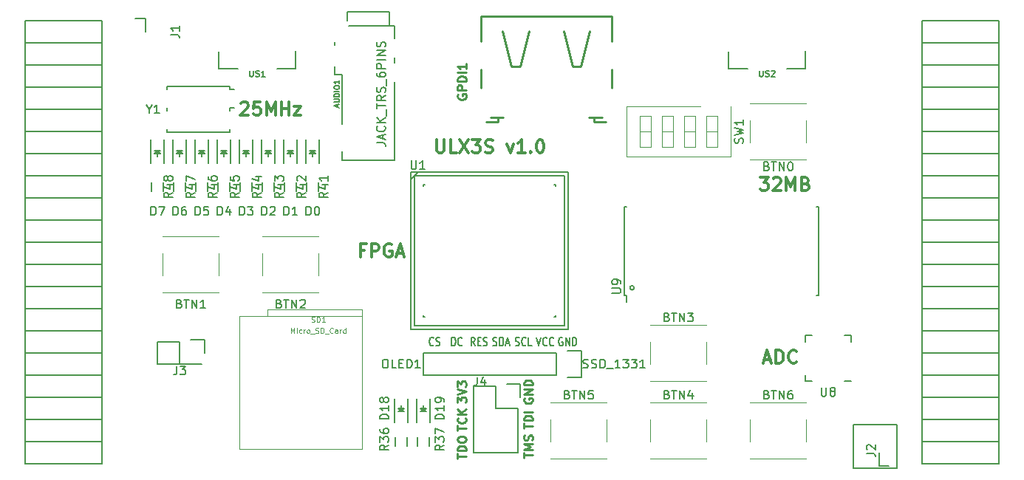
<source format=gto>
G04 #@! TF.FileFunction,Legend,Top*
%FSLAX46Y46*%
G04 Gerber Fmt 4.6, Leading zero omitted, Abs format (unit mm)*
G04 Created by KiCad (PCBNEW 4.0.7+dfsg1-1) date Wed Oct 11 12:58:41 2017*
%MOMM*%
%LPD*%
G01*
G04 APERTURE LIST*
%ADD10C,0.100000*%
%ADD11C,0.300000*%
%ADD12C,0.250000*%
%ADD13C,0.010160*%
%ADD14C,0.150000*%
%ADD15C,0.254000*%
%ADD16C,0.120000*%
%ADD17C,0.124460*%
%ADD18C,0.152400*%
G04 APERTURE END LIST*
D10*
D11*
X132442858Y-75076571D02*
X132442858Y-76290857D01*
X132514286Y-76433714D01*
X132585715Y-76505143D01*
X132728572Y-76576571D01*
X133014286Y-76576571D01*
X133157144Y-76505143D01*
X133228572Y-76433714D01*
X133300001Y-76290857D01*
X133300001Y-75076571D01*
X134728573Y-76576571D02*
X134014287Y-76576571D01*
X134014287Y-75076571D01*
X135085716Y-75076571D02*
X136085716Y-76576571D01*
X136085716Y-75076571D02*
X135085716Y-76576571D01*
X136514287Y-75076571D02*
X137442858Y-75076571D01*
X136942858Y-75648000D01*
X137157144Y-75648000D01*
X137300001Y-75719429D01*
X137371430Y-75790857D01*
X137442858Y-75933714D01*
X137442858Y-76290857D01*
X137371430Y-76433714D01*
X137300001Y-76505143D01*
X137157144Y-76576571D01*
X136728572Y-76576571D01*
X136585715Y-76505143D01*
X136514287Y-76433714D01*
X138014286Y-76505143D02*
X138228572Y-76576571D01*
X138585715Y-76576571D01*
X138728572Y-76505143D01*
X138800001Y-76433714D01*
X138871429Y-76290857D01*
X138871429Y-76148000D01*
X138800001Y-76005143D01*
X138728572Y-75933714D01*
X138585715Y-75862286D01*
X138300001Y-75790857D01*
X138157143Y-75719429D01*
X138085715Y-75648000D01*
X138014286Y-75505143D01*
X138014286Y-75362286D01*
X138085715Y-75219429D01*
X138157143Y-75148000D01*
X138300001Y-75076571D01*
X138657143Y-75076571D01*
X138871429Y-75148000D01*
X140514286Y-75576571D02*
X140871429Y-76576571D01*
X141228571Y-75576571D01*
X142585714Y-76576571D02*
X141728571Y-76576571D01*
X142157143Y-76576571D02*
X142157143Y-75076571D01*
X142014286Y-75290857D01*
X141871428Y-75433714D01*
X141728571Y-75505143D01*
X143228571Y-76433714D02*
X143299999Y-76505143D01*
X143228571Y-76576571D01*
X143157142Y-76505143D01*
X143228571Y-76433714D01*
X143228571Y-76576571D01*
X144228571Y-75076571D02*
X144371428Y-75076571D01*
X144514285Y-75148000D01*
X144585714Y-75219429D01*
X144657143Y-75362286D01*
X144728571Y-75648000D01*
X144728571Y-76005143D01*
X144657143Y-76290857D01*
X144585714Y-76433714D01*
X144514285Y-76505143D01*
X144371428Y-76576571D01*
X144228571Y-76576571D01*
X144085714Y-76505143D01*
X144014285Y-76433714D01*
X143942857Y-76290857D01*
X143871428Y-76005143D01*
X143871428Y-75648000D01*
X143942857Y-75362286D01*
X144014285Y-75219429D01*
X144085714Y-75148000D01*
X144228571Y-75076571D01*
X124175429Y-87728857D02*
X123675429Y-87728857D01*
X123675429Y-88514571D02*
X123675429Y-87014571D01*
X124389715Y-87014571D01*
X124961143Y-88514571D02*
X124961143Y-87014571D01*
X125532571Y-87014571D01*
X125675429Y-87086000D01*
X125746857Y-87157429D01*
X125818286Y-87300286D01*
X125818286Y-87514571D01*
X125746857Y-87657429D01*
X125675429Y-87728857D01*
X125532571Y-87800286D01*
X124961143Y-87800286D01*
X127246857Y-87086000D02*
X127104000Y-87014571D01*
X126889714Y-87014571D01*
X126675429Y-87086000D01*
X126532571Y-87228857D01*
X126461143Y-87371714D01*
X126389714Y-87657429D01*
X126389714Y-87871714D01*
X126461143Y-88157429D01*
X126532571Y-88300286D01*
X126675429Y-88443143D01*
X126889714Y-88514571D01*
X127032571Y-88514571D01*
X127246857Y-88443143D01*
X127318286Y-88371714D01*
X127318286Y-87871714D01*
X127032571Y-87871714D01*
X127889714Y-88086000D02*
X128604000Y-88086000D01*
X127746857Y-88514571D02*
X128246857Y-87014571D01*
X128746857Y-88514571D01*
X169510572Y-79394571D02*
X170439143Y-79394571D01*
X169939143Y-79966000D01*
X170153429Y-79966000D01*
X170296286Y-80037429D01*
X170367715Y-80108857D01*
X170439143Y-80251714D01*
X170439143Y-80608857D01*
X170367715Y-80751714D01*
X170296286Y-80823143D01*
X170153429Y-80894571D01*
X169724857Y-80894571D01*
X169582000Y-80823143D01*
X169510572Y-80751714D01*
X171010571Y-79537429D02*
X171082000Y-79466000D01*
X171224857Y-79394571D01*
X171582000Y-79394571D01*
X171724857Y-79466000D01*
X171796286Y-79537429D01*
X171867714Y-79680286D01*
X171867714Y-79823143D01*
X171796286Y-80037429D01*
X170939143Y-80894571D01*
X171867714Y-80894571D01*
X172510571Y-80894571D02*
X172510571Y-79394571D01*
X173010571Y-80466000D01*
X173510571Y-79394571D01*
X173510571Y-80894571D01*
X174724857Y-80108857D02*
X174939143Y-80180286D01*
X175010571Y-80251714D01*
X175082000Y-80394571D01*
X175082000Y-80608857D01*
X175010571Y-80751714D01*
X174939143Y-80823143D01*
X174796285Y-80894571D01*
X174224857Y-80894571D01*
X174224857Y-79394571D01*
X174724857Y-79394571D01*
X174867714Y-79466000D01*
X174939143Y-79537429D01*
X175010571Y-79680286D01*
X175010571Y-79823143D01*
X174939143Y-79966000D01*
X174867714Y-80037429D01*
X174724857Y-80108857D01*
X174224857Y-80108857D01*
X169966857Y-100278000D02*
X170681143Y-100278000D01*
X169824000Y-100706571D02*
X170324000Y-99206571D01*
X170824000Y-100706571D01*
X171324000Y-100706571D02*
X171324000Y-99206571D01*
X171681143Y-99206571D01*
X171895428Y-99278000D01*
X172038286Y-99420857D01*
X172109714Y-99563714D01*
X172181143Y-99849429D01*
X172181143Y-100063714D01*
X172109714Y-100349429D01*
X172038286Y-100492286D01*
X171895428Y-100635143D01*
X171681143Y-100706571D01*
X171324000Y-100706571D01*
X173681143Y-100563714D02*
X173609714Y-100635143D01*
X173395428Y-100706571D01*
X173252571Y-100706571D01*
X173038286Y-100635143D01*
X172895428Y-100492286D01*
X172824000Y-100349429D01*
X172752571Y-100063714D01*
X172752571Y-99849429D01*
X172824000Y-99563714D01*
X172895428Y-99420857D01*
X173038286Y-99278000D01*
X173252571Y-99206571D01*
X173395428Y-99206571D01*
X173609714Y-99278000D01*
X173681143Y-99349429D01*
X110011143Y-70901429D02*
X110082572Y-70830000D01*
X110225429Y-70758571D01*
X110582572Y-70758571D01*
X110725429Y-70830000D01*
X110796858Y-70901429D01*
X110868286Y-71044286D01*
X110868286Y-71187143D01*
X110796858Y-71401429D01*
X109939715Y-72258571D01*
X110868286Y-72258571D01*
X112225429Y-70758571D02*
X111511143Y-70758571D01*
X111439714Y-71472857D01*
X111511143Y-71401429D01*
X111654000Y-71330000D01*
X112011143Y-71330000D01*
X112154000Y-71401429D01*
X112225429Y-71472857D01*
X112296857Y-71615714D01*
X112296857Y-71972857D01*
X112225429Y-72115714D01*
X112154000Y-72187143D01*
X112011143Y-72258571D01*
X111654000Y-72258571D01*
X111511143Y-72187143D01*
X111439714Y-72115714D01*
X112939714Y-72258571D02*
X112939714Y-70758571D01*
X113439714Y-71830000D01*
X113939714Y-70758571D01*
X113939714Y-72258571D01*
X114654000Y-72258571D02*
X114654000Y-70758571D01*
X114654000Y-71472857D02*
X115511143Y-71472857D01*
X115511143Y-72258571D02*
X115511143Y-70758571D01*
X116082572Y-71258571D02*
X116868286Y-71258571D01*
X116082572Y-72258571D01*
X116868286Y-72258571D01*
D12*
X142447381Y-111521333D02*
X142447381Y-110949904D01*
X143447381Y-111235619D02*
X142447381Y-111235619D01*
X143447381Y-110616571D02*
X142447381Y-110616571D01*
X143161667Y-110283237D01*
X142447381Y-109949904D01*
X143447381Y-109949904D01*
X143399762Y-109521333D02*
X143447381Y-109378476D01*
X143447381Y-109140380D01*
X143399762Y-109045142D01*
X143352143Y-108997523D01*
X143256905Y-108949904D01*
X143161667Y-108949904D01*
X143066429Y-108997523D01*
X143018810Y-109045142D01*
X142971190Y-109140380D01*
X142923571Y-109330857D01*
X142875952Y-109426095D01*
X142828333Y-109473714D01*
X142733095Y-109521333D01*
X142637857Y-109521333D01*
X142542619Y-109473714D01*
X142495000Y-109426095D01*
X142447381Y-109330857D01*
X142447381Y-109092761D01*
X142495000Y-108949904D01*
X142447381Y-108163809D02*
X142447381Y-107592380D01*
X143447381Y-107878095D02*
X142447381Y-107878095D01*
X143447381Y-107259047D02*
X142447381Y-107259047D01*
X142447381Y-107020952D01*
X142495000Y-106878094D01*
X142590238Y-106782856D01*
X142685476Y-106735237D01*
X142875952Y-106687618D01*
X143018810Y-106687618D01*
X143209286Y-106735237D01*
X143304524Y-106782856D01*
X143399762Y-106878094D01*
X143447381Y-107020952D01*
X143447381Y-107259047D01*
X143447381Y-106259047D02*
X142447381Y-106259047D01*
X142495000Y-104726904D02*
X142447381Y-104822142D01*
X142447381Y-104964999D01*
X142495000Y-105107857D01*
X142590238Y-105203095D01*
X142685476Y-105250714D01*
X142875952Y-105298333D01*
X143018810Y-105298333D01*
X143209286Y-105250714D01*
X143304524Y-105203095D01*
X143399762Y-105107857D01*
X143447381Y-104964999D01*
X143447381Y-104869761D01*
X143399762Y-104726904D01*
X143352143Y-104679285D01*
X143018810Y-104679285D01*
X143018810Y-104869761D01*
X143447381Y-104250714D02*
X142447381Y-104250714D01*
X143447381Y-103679285D01*
X142447381Y-103679285D01*
X143447381Y-103203095D02*
X142447381Y-103203095D01*
X142447381Y-102965000D01*
X142495000Y-102822142D01*
X142590238Y-102726904D01*
X142685476Y-102679285D01*
X142875952Y-102631666D01*
X143018810Y-102631666D01*
X143209286Y-102679285D01*
X143304524Y-102726904D01*
X143399762Y-102822142D01*
X143447381Y-102965000D01*
X143447381Y-103203095D01*
X134827381Y-111624524D02*
X134827381Y-111053095D01*
X135827381Y-111338810D02*
X134827381Y-111338810D01*
X135827381Y-110719762D02*
X134827381Y-110719762D01*
X134827381Y-110481667D01*
X134875000Y-110338809D01*
X134970238Y-110243571D01*
X135065476Y-110195952D01*
X135255952Y-110148333D01*
X135398810Y-110148333D01*
X135589286Y-110195952D01*
X135684524Y-110243571D01*
X135779762Y-110338809D01*
X135827381Y-110481667D01*
X135827381Y-110719762D01*
X134827381Y-109529286D02*
X134827381Y-109338809D01*
X134875000Y-109243571D01*
X134970238Y-109148333D01*
X135160714Y-109100714D01*
X135494048Y-109100714D01*
X135684524Y-109148333D01*
X135779762Y-109243571D01*
X135827381Y-109338809D01*
X135827381Y-109529286D01*
X135779762Y-109624524D01*
X135684524Y-109719762D01*
X135494048Y-109767381D01*
X135160714Y-109767381D01*
X134970238Y-109719762D01*
X134875000Y-109624524D01*
X134827381Y-109529286D01*
X134827381Y-108425714D02*
X134827381Y-107854285D01*
X135827381Y-108140000D02*
X134827381Y-108140000D01*
X135732143Y-106949523D02*
X135779762Y-106997142D01*
X135827381Y-107139999D01*
X135827381Y-107235237D01*
X135779762Y-107378095D01*
X135684524Y-107473333D01*
X135589286Y-107520952D01*
X135398810Y-107568571D01*
X135255952Y-107568571D01*
X135065476Y-107520952D01*
X134970238Y-107473333D01*
X134875000Y-107378095D01*
X134827381Y-107235237D01*
X134827381Y-107139999D01*
X134875000Y-106997142D01*
X134922619Y-106949523D01*
X135827381Y-106520952D02*
X134827381Y-106520952D01*
X135827381Y-105949523D02*
X135255952Y-106378095D01*
X134827381Y-105949523D02*
X135398810Y-106520952D01*
X134827381Y-105203095D02*
X134827381Y-104584047D01*
X135208333Y-104917381D01*
X135208333Y-104774523D01*
X135255952Y-104679285D01*
X135303571Y-104631666D01*
X135398810Y-104584047D01*
X135636905Y-104584047D01*
X135732143Y-104631666D01*
X135779762Y-104679285D01*
X135827381Y-104774523D01*
X135827381Y-105060238D01*
X135779762Y-105155476D01*
X135732143Y-105203095D01*
X134827381Y-104298333D02*
X135827381Y-103965000D01*
X134827381Y-103631666D01*
X134827381Y-103393571D02*
X134827381Y-102774523D01*
X135208333Y-103107857D01*
X135208333Y-102964999D01*
X135255952Y-102869761D01*
X135303571Y-102822142D01*
X135398810Y-102774523D01*
X135636905Y-102774523D01*
X135732143Y-102822142D01*
X135779762Y-102869761D01*
X135827381Y-102964999D01*
X135827381Y-103250714D01*
X135779762Y-103345952D01*
X135732143Y-103393571D01*
D13*
X113070000Y-95320000D02*
X113070000Y-94520000D01*
X113070000Y-94520000D02*
X123870000Y-94520000D01*
X123870000Y-94520000D02*
X123870000Y-95320000D01*
X109870000Y-110520000D02*
X109870000Y-95320000D01*
X109870000Y-95320000D02*
X123870000Y-95320000D01*
X123870000Y-95320000D02*
X123870000Y-110520000D01*
X123870000Y-110520000D02*
X109870000Y-110520000D01*
D14*
X117480000Y-75060000D02*
X117480000Y-77760000D01*
X118980000Y-75060000D02*
X118980000Y-77760000D01*
X118080000Y-76560000D02*
X118330000Y-76560000D01*
X118330000Y-76560000D02*
X118180000Y-76410000D01*
X118580000Y-76310000D02*
X117880000Y-76310000D01*
X118230000Y-76660000D02*
X118230000Y-77010000D01*
X118230000Y-76310000D02*
X118580000Y-76660000D01*
X118580000Y-76660000D02*
X117880000Y-76660000D01*
X117880000Y-76660000D02*
X118230000Y-76310000D01*
X114940000Y-75060000D02*
X114940000Y-77760000D01*
X116440000Y-75060000D02*
X116440000Y-77760000D01*
X115540000Y-76560000D02*
X115790000Y-76560000D01*
X115790000Y-76560000D02*
X115640000Y-76410000D01*
X116040000Y-76310000D02*
X115340000Y-76310000D01*
X115690000Y-76660000D02*
X115690000Y-77010000D01*
X115690000Y-76310000D02*
X116040000Y-76660000D01*
X116040000Y-76660000D02*
X115340000Y-76660000D01*
X115340000Y-76660000D02*
X115690000Y-76310000D01*
X112400000Y-75060000D02*
X112400000Y-77760000D01*
X113900000Y-75060000D02*
X113900000Y-77760000D01*
X113000000Y-76560000D02*
X113250000Y-76560000D01*
X113250000Y-76560000D02*
X113100000Y-76410000D01*
X113500000Y-76310000D02*
X112800000Y-76310000D01*
X113150000Y-76660000D02*
X113150000Y-77010000D01*
X113150000Y-76310000D02*
X113500000Y-76660000D01*
X113500000Y-76660000D02*
X112800000Y-76660000D01*
X112800000Y-76660000D02*
X113150000Y-76310000D01*
X109860000Y-75060000D02*
X109860000Y-77760000D01*
X111360000Y-75060000D02*
X111360000Y-77760000D01*
X110460000Y-76560000D02*
X110710000Y-76560000D01*
X110710000Y-76560000D02*
X110560000Y-76410000D01*
X110960000Y-76310000D02*
X110260000Y-76310000D01*
X110610000Y-76660000D02*
X110610000Y-77010000D01*
X110610000Y-76310000D02*
X110960000Y-76660000D01*
X110960000Y-76660000D02*
X110260000Y-76660000D01*
X110260000Y-76660000D02*
X110610000Y-76310000D01*
X107320000Y-75060000D02*
X107320000Y-77760000D01*
X108820000Y-75060000D02*
X108820000Y-77760000D01*
X107920000Y-76560000D02*
X108170000Y-76560000D01*
X108170000Y-76560000D02*
X108020000Y-76410000D01*
X108420000Y-76310000D02*
X107720000Y-76310000D01*
X108070000Y-76660000D02*
X108070000Y-77010000D01*
X108070000Y-76310000D02*
X108420000Y-76660000D01*
X108420000Y-76660000D02*
X107720000Y-76660000D01*
X107720000Y-76660000D02*
X108070000Y-76310000D01*
X104780000Y-75060000D02*
X104780000Y-77760000D01*
X106280000Y-75060000D02*
X106280000Y-77760000D01*
X105380000Y-76560000D02*
X105630000Y-76560000D01*
X105630000Y-76560000D02*
X105480000Y-76410000D01*
X105880000Y-76310000D02*
X105180000Y-76310000D01*
X105530000Y-76660000D02*
X105530000Y-77010000D01*
X105530000Y-76310000D02*
X105880000Y-76660000D01*
X105880000Y-76660000D02*
X105180000Y-76660000D01*
X105180000Y-76660000D02*
X105530000Y-76310000D01*
X102240000Y-75060000D02*
X102240000Y-77760000D01*
X103740000Y-75060000D02*
X103740000Y-77760000D01*
X102840000Y-76560000D02*
X103090000Y-76560000D01*
X103090000Y-76560000D02*
X102940000Y-76410000D01*
X103340000Y-76310000D02*
X102640000Y-76310000D01*
X102990000Y-76660000D02*
X102990000Y-77010000D01*
X102990000Y-76310000D02*
X103340000Y-76660000D01*
X103340000Y-76660000D02*
X102640000Y-76660000D01*
X102640000Y-76660000D02*
X102990000Y-76310000D01*
X99700000Y-75060000D02*
X99700000Y-77760000D01*
X101200000Y-75060000D02*
X101200000Y-77760000D01*
X100300000Y-76560000D02*
X100550000Y-76560000D01*
X100550000Y-76560000D02*
X100400000Y-76410000D01*
X100800000Y-76310000D02*
X100100000Y-76310000D01*
X100450000Y-76660000D02*
X100450000Y-77010000D01*
X100450000Y-76310000D02*
X100800000Y-76660000D01*
X100800000Y-76660000D02*
X100100000Y-76660000D01*
X100100000Y-76660000D02*
X100450000Y-76310000D01*
X176180000Y-92880000D02*
X175980000Y-92880000D01*
X176180000Y-82720000D02*
X175980000Y-82720000D01*
X155080000Y-92050000D02*
G75*
G03X155080000Y-92050000I-250000J0D01*
G01*
X154180000Y-92880000D02*
X154180000Y-93700000D01*
X153980000Y-92880000D02*
X154180000Y-92880000D01*
X153980000Y-82720000D02*
X154180000Y-82720000D01*
X176190000Y-82720000D02*
X176190000Y-92880000D01*
X153970000Y-92880000D02*
X153970000Y-82720000D01*
X85270000Y-112220000D02*
X94100000Y-112220000D01*
X85270000Y-109680000D02*
X85270000Y-112220000D01*
X94100000Y-109680000D02*
X94100000Y-112220000D01*
X94100000Y-112220000D02*
X85270000Y-112220000D01*
X94100000Y-109680000D02*
X85270000Y-109680000D01*
X94100000Y-107140000D02*
X94100000Y-109680000D01*
X85270000Y-107140000D02*
X85270000Y-109680000D01*
X85270000Y-109680000D02*
X94100000Y-109680000D01*
X85270000Y-91900000D02*
X94100000Y-91900000D01*
X85270000Y-89360000D02*
X85270000Y-91900000D01*
X94100000Y-89360000D02*
X94100000Y-91900000D01*
X94100000Y-91900000D02*
X85270000Y-91900000D01*
X94100000Y-94440000D02*
X85270000Y-94440000D01*
X94100000Y-91900000D02*
X94100000Y-94440000D01*
X85270000Y-91900000D02*
X85270000Y-94440000D01*
X85270000Y-94440000D02*
X94100000Y-94440000D01*
X85270000Y-107140000D02*
X94100000Y-107140000D01*
X85270000Y-104600000D02*
X85270000Y-107140000D01*
X94100000Y-104600000D02*
X94100000Y-107140000D01*
X94100000Y-107140000D02*
X85270000Y-107140000D01*
X94100000Y-104600000D02*
X85270000Y-104600000D01*
X94100000Y-102060000D02*
X94100000Y-104600000D01*
X85270000Y-102060000D02*
X85270000Y-104600000D01*
X85270000Y-104600000D02*
X94100000Y-104600000D01*
X85270000Y-102060000D02*
X94100000Y-102060000D01*
X85270000Y-99520000D02*
X85270000Y-102060000D01*
X94100000Y-99520000D02*
X94100000Y-102060000D01*
X94100000Y-102060000D02*
X85270000Y-102060000D01*
X94100000Y-99520000D02*
X85270000Y-99520000D01*
X94100000Y-96980000D02*
X94100000Y-99520000D01*
X85270000Y-96980000D02*
X85270000Y-99520000D01*
X85270000Y-99520000D02*
X94100000Y-99520000D01*
X85270000Y-96980000D02*
X94100000Y-96980000D01*
X85270000Y-94440000D02*
X85270000Y-96980000D01*
X94100000Y-94440000D02*
X94100000Y-96980000D01*
X94100000Y-96980000D02*
X85270000Y-96980000D01*
X94100000Y-79200000D02*
X85270000Y-79200000D01*
X94100000Y-76660000D02*
X94100000Y-79200000D01*
X85270000Y-76660000D02*
X85270000Y-79200000D01*
X85270000Y-79200000D02*
X94100000Y-79200000D01*
X85270000Y-81740000D02*
X94100000Y-81740000D01*
X85270000Y-79200000D02*
X85270000Y-81740000D01*
X94100000Y-79200000D02*
X94100000Y-81740000D01*
X94100000Y-81740000D02*
X85270000Y-81740000D01*
X94100000Y-84280000D02*
X85270000Y-84280000D01*
X94100000Y-81740000D02*
X94100000Y-84280000D01*
X85270000Y-81740000D02*
X85270000Y-84280000D01*
X85270000Y-84280000D02*
X94100000Y-84280000D01*
X85270000Y-86820000D02*
X94100000Y-86820000D01*
X85270000Y-84280000D02*
X85270000Y-86820000D01*
X94100000Y-84280000D02*
X94100000Y-86820000D01*
X94100000Y-86820000D02*
X85270000Y-86820000D01*
X94100000Y-89360000D02*
X85270000Y-89360000D01*
X94100000Y-86820000D02*
X94100000Y-89360000D01*
X85270000Y-86820000D02*
X85270000Y-89360000D01*
X85270000Y-89360000D02*
X94100000Y-89360000D01*
X85270000Y-76660000D02*
X94100000Y-76660000D01*
X85270000Y-74120000D02*
X85270000Y-76660000D01*
X94100000Y-74120000D02*
X94100000Y-76660000D01*
X94100000Y-76660000D02*
X85270000Y-76660000D01*
X94100000Y-74120000D02*
X85270000Y-74120000D01*
X94100000Y-71580000D02*
X94100000Y-74120000D01*
X85270000Y-71580000D02*
X85270000Y-74120000D01*
X85270000Y-74120000D02*
X94100000Y-74120000D01*
X85270000Y-71580000D02*
X94100000Y-71580000D01*
X85270000Y-69040000D02*
X85270000Y-71580000D01*
X94100000Y-69040000D02*
X94100000Y-71580000D01*
X94100000Y-71580000D02*
X85270000Y-71580000D01*
X94100000Y-69040000D02*
X85270000Y-69040000D01*
X94100000Y-66500000D02*
X94100000Y-69040000D01*
X85270000Y-66500000D02*
X85270000Y-69040000D01*
X85270000Y-69040000D02*
X94100000Y-69040000D01*
X85270000Y-66500000D02*
X94100000Y-66500000D01*
X85270000Y-63960000D02*
X85270000Y-66500000D01*
X94100000Y-63960000D02*
X94100000Y-66500000D01*
X94100000Y-66500000D02*
X85270000Y-66500000D01*
X94100000Y-63960000D02*
X85270000Y-63960000D01*
X94100000Y-61420000D02*
X94100000Y-63960000D01*
X99060000Y-62690000D02*
X99060000Y-61140000D01*
X99060000Y-61140000D02*
X97910000Y-61140000D01*
X94100000Y-61420000D02*
X85270000Y-61420000D01*
X85270000Y-61420000D02*
X85270000Y-63960000D01*
X85270000Y-63960000D02*
X94100000Y-63960000D01*
X196910000Y-61420000D02*
X188080000Y-61420000D01*
X196910000Y-63960000D02*
X196910000Y-61420000D01*
X188080000Y-63960000D02*
X188080000Y-61420000D01*
X188080000Y-61420000D02*
X196910000Y-61420000D01*
X188080000Y-63960000D02*
X196910000Y-63960000D01*
X188080000Y-66500000D02*
X188080000Y-63960000D01*
X196910000Y-66500000D02*
X196910000Y-63960000D01*
X196910000Y-63960000D02*
X188080000Y-63960000D01*
X196910000Y-81740000D02*
X188080000Y-81740000D01*
X196910000Y-84280000D02*
X196910000Y-81740000D01*
X188080000Y-84280000D02*
X188080000Y-81740000D01*
X188080000Y-81740000D02*
X196910000Y-81740000D01*
X188080000Y-79200000D02*
X196910000Y-79200000D01*
X188080000Y-81740000D02*
X188080000Y-79200000D01*
X196910000Y-81740000D02*
X196910000Y-79200000D01*
X196910000Y-79200000D02*
X188080000Y-79200000D01*
X196910000Y-66500000D02*
X188080000Y-66500000D01*
X196910000Y-69040000D02*
X196910000Y-66500000D01*
X188080000Y-69040000D02*
X188080000Y-66500000D01*
X188080000Y-66500000D02*
X196910000Y-66500000D01*
X188080000Y-69040000D02*
X196910000Y-69040000D01*
X188080000Y-71580000D02*
X188080000Y-69040000D01*
X196910000Y-71580000D02*
X196910000Y-69040000D01*
X196910000Y-69040000D02*
X188080000Y-69040000D01*
X196910000Y-71580000D02*
X188080000Y-71580000D01*
X196910000Y-74120000D02*
X196910000Y-71580000D01*
X188080000Y-74120000D02*
X188080000Y-71580000D01*
X188080000Y-71580000D02*
X196910000Y-71580000D01*
X188080000Y-74120000D02*
X196910000Y-74120000D01*
X188080000Y-76660000D02*
X188080000Y-74120000D01*
X196910000Y-76660000D02*
X196910000Y-74120000D01*
X196910000Y-74120000D02*
X188080000Y-74120000D01*
X196910000Y-76660000D02*
X188080000Y-76660000D01*
X196910000Y-79200000D02*
X196910000Y-76660000D01*
X188080000Y-79200000D02*
X188080000Y-76660000D01*
X188080000Y-76660000D02*
X196910000Y-76660000D01*
X188080000Y-94440000D02*
X196910000Y-94440000D01*
X188080000Y-96980000D02*
X188080000Y-94440000D01*
X196910000Y-96980000D02*
X196910000Y-94440000D01*
X196910000Y-94440000D02*
X188080000Y-94440000D01*
X196910000Y-91900000D02*
X188080000Y-91900000D01*
X196910000Y-94440000D02*
X196910000Y-91900000D01*
X188080000Y-94440000D02*
X188080000Y-91900000D01*
X188080000Y-91900000D02*
X196910000Y-91900000D01*
X188080000Y-89360000D02*
X196910000Y-89360000D01*
X188080000Y-91900000D02*
X188080000Y-89360000D01*
X196910000Y-91900000D02*
X196910000Y-89360000D01*
X196910000Y-89360000D02*
X188080000Y-89360000D01*
X196910000Y-86820000D02*
X188080000Y-86820000D01*
X196910000Y-89360000D02*
X196910000Y-86820000D01*
X188080000Y-89360000D02*
X188080000Y-86820000D01*
X188080000Y-86820000D02*
X196910000Y-86820000D01*
X188080000Y-84280000D02*
X196910000Y-84280000D01*
X188080000Y-86820000D02*
X188080000Y-84280000D01*
X196910000Y-86820000D02*
X196910000Y-84280000D01*
X196910000Y-84280000D02*
X188080000Y-84280000D01*
X196910000Y-96980000D02*
X188080000Y-96980000D01*
X196910000Y-99520000D02*
X196910000Y-96980000D01*
X188080000Y-99520000D02*
X188080000Y-96980000D01*
X188080000Y-96980000D02*
X196910000Y-96980000D01*
X188080000Y-99520000D02*
X196910000Y-99520000D01*
X188080000Y-102060000D02*
X188080000Y-99520000D01*
X196910000Y-102060000D02*
X196910000Y-99520000D01*
X196910000Y-99520000D02*
X188080000Y-99520000D01*
X196910000Y-102060000D02*
X188080000Y-102060000D01*
X196910000Y-104600000D02*
X196910000Y-102060000D01*
X188080000Y-104600000D02*
X188080000Y-102060000D01*
X188080000Y-102060000D02*
X196910000Y-102060000D01*
X188080000Y-104600000D02*
X196910000Y-104600000D01*
X188080000Y-107140000D02*
X188080000Y-104600000D01*
X196910000Y-107140000D02*
X196910000Y-104600000D01*
X196910000Y-104600000D02*
X188080000Y-104600000D01*
X196910000Y-107140000D02*
X188080000Y-107140000D01*
X196910000Y-109680000D02*
X196910000Y-107140000D01*
X188080000Y-109680000D02*
X188080000Y-107140000D01*
X188080000Y-107140000D02*
X196910000Y-107140000D01*
X188080000Y-109680000D02*
X196910000Y-109680000D01*
X188080000Y-112220000D02*
X188080000Y-109680000D01*
X183120000Y-110950000D02*
X183120000Y-112500000D01*
X183120000Y-112500000D02*
X184270000Y-112500000D01*
X188080000Y-112220000D02*
X196910000Y-112220000D01*
X196910000Y-112220000D02*
X196910000Y-109680000D01*
X196910000Y-109680000D02*
X188080000Y-109680000D01*
X108724000Y-69280000D02*
X109274000Y-69280000D01*
X101524000Y-68980000D02*
X101524000Y-69280000D01*
X101524000Y-74180000D02*
X101524000Y-73880000D01*
X108724000Y-74180000D02*
X108724000Y-73880000D01*
X108724000Y-68980000D02*
X108724000Y-69280000D01*
X108724000Y-68980000D02*
X101524000Y-68980000D01*
X108724000Y-71380000D02*
X109274000Y-71380000D01*
X108724000Y-74180000D02*
X101524000Y-74180000D01*
X101524000Y-71380000D02*
X101524000Y-71780000D01*
X108724000Y-71380000D02*
X108724000Y-71780000D01*
X105810000Y-99520000D02*
X105810000Y-97970000D01*
X102990000Y-100790000D02*
X105530000Y-100790000D01*
X105810000Y-97970000D02*
X104260000Y-97970000D01*
X100450000Y-100790000D02*
X102990000Y-100790000D01*
X102990000Y-100790000D02*
X102990000Y-98250000D01*
X102990000Y-98250000D02*
X100450000Y-98250000D01*
X100450000Y-98250000D02*
X100450000Y-100790000D01*
X129140000Y-107470000D02*
X129140000Y-104770000D01*
X127640000Y-107470000D02*
X127640000Y-104770000D01*
X128540000Y-105970000D02*
X128290000Y-105970000D01*
X128290000Y-105970000D02*
X128440000Y-106120000D01*
X128040000Y-106220000D02*
X128740000Y-106220000D01*
X128390000Y-105870000D02*
X128390000Y-105520000D01*
X128390000Y-106220000D02*
X128040000Y-105870000D01*
X128040000Y-105870000D02*
X128740000Y-105870000D01*
X128740000Y-105870000D02*
X128390000Y-106220000D01*
X131680000Y-107470000D02*
X131680000Y-104770000D01*
X130180000Y-107470000D02*
X130180000Y-104770000D01*
X131080000Y-105970000D02*
X130830000Y-105970000D01*
X130830000Y-105970000D02*
X130980000Y-106120000D01*
X130580000Y-106220000D02*
X131280000Y-106220000D01*
X130930000Y-105870000D02*
X130930000Y-105520000D01*
X130930000Y-106220000D02*
X130580000Y-105870000D01*
X130580000Y-105870000D02*
X131280000Y-105870000D01*
X131280000Y-105870000D02*
X130930000Y-106220000D01*
X127715000Y-110180000D02*
X127715000Y-109180000D01*
X129065000Y-109180000D02*
X129065000Y-110180000D01*
X131605000Y-109180000D02*
X131605000Y-110180000D01*
X130255000Y-110180000D02*
X130255000Y-109180000D01*
X116280000Y-64925000D02*
X116280000Y-66925000D01*
X116280000Y-66925000D02*
X114130000Y-66925000D01*
X109630000Y-66925000D02*
X107480000Y-66925000D01*
X107480000Y-66925000D02*
X107480000Y-64975000D01*
X174700000Y-64925000D02*
X174700000Y-66925000D01*
X174700000Y-66925000D02*
X172550000Y-66925000D01*
X168050000Y-66925000D02*
X165900000Y-66925000D01*
X165900000Y-66925000D02*
X165900000Y-64975000D01*
X141725000Y-110950000D02*
X141725000Y-105870000D01*
X142005000Y-103050000D02*
X142005000Y-104600000D01*
X139185000Y-103330000D02*
X139185000Y-105870000D01*
X139185000Y-105870000D02*
X141725000Y-105870000D01*
X141725000Y-110950000D02*
X136645000Y-110950000D01*
X136645000Y-110950000D02*
X136645000Y-105870000D01*
X142005000Y-103050000D02*
X140455000Y-103050000D01*
X136645000Y-103330000D02*
X139185000Y-103330000D01*
X136645000Y-105870000D02*
X136645000Y-103330000D01*
X118905000Y-79970000D02*
X118905000Y-80970000D01*
X117555000Y-80970000D02*
X117555000Y-79970000D01*
X116365000Y-79970000D02*
X116365000Y-80970000D01*
X115015000Y-80970000D02*
X115015000Y-79970000D01*
X113825000Y-79970000D02*
X113825000Y-80970000D01*
X112475000Y-80970000D02*
X112475000Y-79970000D01*
X111285000Y-79970000D02*
X111285000Y-80970000D01*
X109935000Y-80970000D02*
X109935000Y-79970000D01*
X108745000Y-79970000D02*
X108745000Y-80970000D01*
X107395000Y-80970000D02*
X107395000Y-79970000D01*
X106205000Y-79970000D02*
X106205000Y-80970000D01*
X104855000Y-80970000D02*
X104855000Y-79970000D01*
X103665000Y-79970000D02*
X103665000Y-80970000D01*
X102315000Y-80970000D02*
X102315000Y-79970000D01*
X101125000Y-79970000D02*
X101125000Y-80970000D01*
X99775000Y-80970000D02*
X99775000Y-79970000D01*
X174660000Y-102780000D02*
X174660000Y-102030000D01*
X179910000Y-97530000D02*
X179910000Y-98280000D01*
X174660000Y-97530000D02*
X174660000Y-98280000D01*
X179910000Y-102780000D02*
X179160000Y-102780000D01*
X179910000Y-97530000D02*
X179160000Y-97530000D01*
X174660000Y-97530000D02*
X175410000Y-97530000D01*
X174660000Y-102780000D02*
X175410000Y-102780000D01*
X180180640Y-107700640D02*
X185179360Y-107700640D01*
X185179360Y-107700640D02*
X185179360Y-112699360D01*
X185179360Y-112699360D02*
X180180640Y-112699360D01*
X180180640Y-112699360D02*
X180180640Y-107700640D01*
X146170000Y-99520000D02*
X130930000Y-99520000D01*
X130930000Y-99520000D02*
X130930000Y-102060000D01*
X130930000Y-102060000D02*
X146170000Y-102060000D01*
X148990000Y-99240000D02*
X147440000Y-99240000D01*
X146170000Y-99520000D02*
X146170000Y-102060000D01*
X147440000Y-102340000D02*
X148990000Y-102340000D01*
X148990000Y-102340000D02*
X148990000Y-99240000D01*
X122180000Y-60440000D02*
X122180000Y-61440000D01*
X126980000Y-60440000D02*
X122180000Y-60440000D01*
X126980000Y-62040000D02*
X126980000Y-60440000D01*
X127580000Y-62040000D02*
X122380000Y-62040000D01*
X120780000Y-64240000D02*
X120780000Y-63840000D01*
X120780000Y-67640000D02*
X120780000Y-66640000D01*
X121580000Y-67640000D02*
X120780000Y-67640000D01*
X121580000Y-73240000D02*
X121580000Y-67640000D01*
X121580000Y-77440000D02*
X121580000Y-76440000D01*
X127580000Y-77440000D02*
X121580000Y-77440000D01*
X127580000Y-68440000D02*
X127580000Y-77440000D01*
X127580000Y-65640000D02*
X127580000Y-66240000D01*
X127580000Y-62040000D02*
X127580000Y-63440000D01*
D15*
X151378260Y-72548160D02*
X150479100Y-72548160D01*
X150479100Y-72548160D02*
X149879660Y-72548160D01*
X140080340Y-72548160D02*
X139480900Y-72548160D01*
X139480900Y-72548160D02*
X138581740Y-72548160D01*
X137481920Y-69149640D02*
X137481920Y-66998260D01*
X137481920Y-63800400D02*
X137481920Y-60892100D01*
X137481920Y-60892100D02*
X152478080Y-60892100D01*
X152478080Y-60892100D02*
X152478080Y-63800400D01*
X152478080Y-66998260D02*
X152478080Y-69149640D01*
X138106760Y-73048540D02*
X139480900Y-73048540D01*
X139480900Y-73048540D02*
X139480900Y-72548160D01*
X150479100Y-72548160D02*
X150479100Y-73048540D01*
X150479100Y-73048540D02*
X151865940Y-73048540D01*
X142981020Y-62632000D02*
X141980260Y-66632500D01*
X141980260Y-66632500D02*
X140982040Y-66632500D01*
X140982040Y-66632500D02*
X139981280Y-62632000D01*
X146978980Y-62632000D02*
X147979740Y-66632500D01*
X147979740Y-66632500D02*
X148977960Y-66632500D01*
X148977960Y-66632500D02*
X149978720Y-62632000D01*
D16*
X168340000Y-77350000D02*
X168340000Y-77320000D01*
X168340000Y-70890000D02*
X168340000Y-70920000D01*
X174800000Y-70890000D02*
X174800000Y-70920000D01*
X174800000Y-77320000D02*
X174800000Y-77350000D01*
X168340000Y-75420000D02*
X168340000Y-72820000D01*
X174800000Y-77350000D02*
X168340000Y-77350000D01*
X174800000Y-75420000D02*
X174800000Y-72820000D01*
X174800000Y-70890000D02*
X168340000Y-70890000D01*
X107490000Y-86130000D02*
X107490000Y-86160000D01*
X107490000Y-92590000D02*
X107490000Y-92560000D01*
X101030000Y-92590000D02*
X101030000Y-92560000D01*
X101030000Y-86160000D02*
X101030000Y-86130000D01*
X107490000Y-88060000D02*
X107490000Y-90660000D01*
X101030000Y-86130000D02*
X107490000Y-86130000D01*
X101030000Y-88060000D02*
X101030000Y-90660000D01*
X101030000Y-92590000D02*
X107490000Y-92590000D01*
X118920000Y-86130000D02*
X118920000Y-86160000D01*
X118920000Y-92590000D02*
X118920000Y-92560000D01*
X112460000Y-92590000D02*
X112460000Y-92560000D01*
X112460000Y-86160000D02*
X112460000Y-86130000D01*
X118920000Y-88060000D02*
X118920000Y-90660000D01*
X112460000Y-86130000D02*
X118920000Y-86130000D01*
X112460000Y-88060000D02*
X112460000Y-90660000D01*
X112460000Y-92590000D02*
X118920000Y-92590000D01*
X163370000Y-96290000D02*
X163370000Y-96320000D01*
X163370000Y-102750000D02*
X163370000Y-102720000D01*
X156910000Y-102750000D02*
X156910000Y-102720000D01*
X156910000Y-96320000D02*
X156910000Y-96290000D01*
X163370000Y-98220000D02*
X163370000Y-100820000D01*
X156910000Y-96290000D02*
X163370000Y-96290000D01*
X156910000Y-98220000D02*
X156910000Y-100820000D01*
X156910000Y-102750000D02*
X163370000Y-102750000D01*
X156910000Y-111640000D02*
X156910000Y-111610000D01*
X156910000Y-105180000D02*
X156910000Y-105210000D01*
X163370000Y-105180000D02*
X163370000Y-105210000D01*
X163370000Y-111610000D02*
X163370000Y-111640000D01*
X156910000Y-109710000D02*
X156910000Y-107110000D01*
X163370000Y-111640000D02*
X156910000Y-111640000D01*
X163370000Y-109710000D02*
X163370000Y-107110000D01*
X163370000Y-105180000D02*
X156910000Y-105180000D01*
X145480000Y-111640000D02*
X145480000Y-111610000D01*
X145480000Y-105180000D02*
X145480000Y-105210000D01*
X151940000Y-105180000D02*
X151940000Y-105210000D01*
X151940000Y-111610000D02*
X151940000Y-111640000D01*
X145480000Y-109710000D02*
X145480000Y-107110000D01*
X151940000Y-111640000D02*
X145480000Y-111640000D01*
X151940000Y-109710000D02*
X151940000Y-107110000D01*
X151940000Y-105180000D02*
X145480000Y-105180000D01*
X168340000Y-111640000D02*
X168340000Y-111610000D01*
X168340000Y-105180000D02*
X168340000Y-105210000D01*
X174800000Y-105180000D02*
X174800000Y-105210000D01*
X174800000Y-111610000D02*
X174800000Y-111640000D01*
X168340000Y-109710000D02*
X168340000Y-107110000D01*
X174800000Y-111640000D02*
X168340000Y-111640000D01*
X174800000Y-109710000D02*
X174800000Y-107110000D01*
X174800000Y-105180000D02*
X168340000Y-105180000D01*
X166120000Y-71275000D02*
X166120000Y-76965000D01*
X166120000Y-76965000D02*
X154160000Y-76965000D01*
X154160000Y-76965000D02*
X154160000Y-71275000D01*
X154160000Y-71275000D02*
X162680000Y-71275000D01*
X164585000Y-72310000D02*
X163315000Y-72310000D01*
X163315000Y-72310000D02*
X163315000Y-75930000D01*
X163315000Y-75930000D02*
X164585000Y-75930000D01*
X164585000Y-75930000D02*
X164585000Y-72310000D01*
X164585000Y-74120000D02*
X163315000Y-74120000D01*
X162045000Y-72310000D02*
X160775000Y-72310000D01*
X160775000Y-72310000D02*
X160775000Y-75930000D01*
X160775000Y-75930000D02*
X162045000Y-75930000D01*
X162045000Y-75930000D02*
X162045000Y-72310000D01*
X162045000Y-74120000D02*
X160775000Y-74120000D01*
X159505000Y-72310000D02*
X158235000Y-72310000D01*
X158235000Y-72310000D02*
X158235000Y-75930000D01*
X158235000Y-75930000D02*
X159505000Y-75930000D01*
X159505000Y-75930000D02*
X159505000Y-72310000D01*
X159505000Y-74120000D02*
X158235000Y-74120000D01*
X156965000Y-72310000D02*
X155695000Y-72310000D01*
X155695000Y-72310000D02*
X155695000Y-75930000D01*
X155695000Y-75930000D02*
X156965000Y-75930000D01*
X156965000Y-75930000D02*
X156965000Y-72310000D01*
X156965000Y-74120000D02*
X155695000Y-74120000D01*
D14*
X130880000Y-80200000D02*
X131080000Y-80200000D01*
X130880000Y-80400000D02*
X130880000Y-80200000D01*
X146080000Y-80200000D02*
X146080000Y-80400000D01*
X145880000Y-80200000D02*
X146080000Y-80200000D01*
X146080000Y-95400000D02*
X146080000Y-95200000D01*
X145880000Y-95400000D02*
X146080000Y-95400000D01*
X130880000Y-95400000D02*
X131080000Y-95400000D01*
X130880000Y-95200000D02*
X130880000Y-95400000D01*
X130280000Y-78800000D02*
X129480000Y-79600000D01*
X129480000Y-96800000D02*
X129480000Y-78800000D01*
X147480000Y-96800000D02*
X129480000Y-96800000D01*
X147480000Y-78800000D02*
X147480000Y-96800000D01*
X129480000Y-78800000D02*
X147480000Y-78800000D01*
X129880000Y-96400000D02*
X129880000Y-79200000D01*
X147080000Y-96400000D02*
X129880000Y-96400000D01*
X147080000Y-79200000D02*
X147080000Y-96400000D01*
X129880000Y-79200000D02*
X147080000Y-79200000D01*
D17*
X118108564Y-95952630D02*
X118194198Y-95981175D01*
X118336922Y-95981175D01*
X118394012Y-95952630D01*
X118422556Y-95924086D01*
X118451101Y-95866996D01*
X118451101Y-95809907D01*
X118422556Y-95752817D01*
X118394012Y-95724272D01*
X118336922Y-95695728D01*
X118222743Y-95667183D01*
X118165654Y-95638638D01*
X118137109Y-95610093D01*
X118108564Y-95553004D01*
X118108564Y-95495914D01*
X118137109Y-95438825D01*
X118165654Y-95410280D01*
X118222743Y-95381735D01*
X118365467Y-95381735D01*
X118451101Y-95410280D01*
X118708004Y-95981175D02*
X118708004Y-95381735D01*
X118850728Y-95381735D01*
X118936362Y-95410280D01*
X118993451Y-95467370D01*
X119021996Y-95524459D01*
X119050541Y-95638638D01*
X119050541Y-95724272D01*
X119021996Y-95838451D01*
X118993451Y-95895541D01*
X118936362Y-95952630D01*
X118850728Y-95981175D01*
X118708004Y-95981175D01*
X119621436Y-95981175D02*
X119278899Y-95981175D01*
X119450168Y-95981175D02*
X119450168Y-95381735D01*
X119393078Y-95467370D01*
X119335989Y-95524459D01*
X119278899Y-95553004D01*
X115739350Y-97251175D02*
X115739350Y-96651735D01*
X115939163Y-97079907D01*
X116138976Y-96651735D01*
X116138976Y-97251175D01*
X116424424Y-97251175D02*
X116424424Y-96851549D01*
X116424424Y-96651735D02*
X116395879Y-96680280D01*
X116424424Y-96708825D01*
X116452969Y-96680280D01*
X116424424Y-96651735D01*
X116424424Y-96708825D01*
X116966775Y-97222630D02*
X116909685Y-97251175D01*
X116795506Y-97251175D01*
X116738417Y-97222630D01*
X116709872Y-97194086D01*
X116681327Y-97136996D01*
X116681327Y-96965728D01*
X116709872Y-96908638D01*
X116738417Y-96880093D01*
X116795506Y-96851549D01*
X116909685Y-96851549D01*
X116966775Y-96880093D01*
X117223678Y-97251175D02*
X117223678Y-96851549D01*
X117223678Y-96965728D02*
X117252223Y-96908638D01*
X117280767Y-96880093D01*
X117337857Y-96851549D01*
X117394946Y-96851549D01*
X117680394Y-97251175D02*
X117623305Y-97222630D01*
X117594760Y-97194086D01*
X117566215Y-97136996D01*
X117566215Y-96965728D01*
X117594760Y-96908638D01*
X117623305Y-96880093D01*
X117680394Y-96851549D01*
X117766028Y-96851549D01*
X117823118Y-96880093D01*
X117851663Y-96908638D01*
X117880207Y-96965728D01*
X117880207Y-97136996D01*
X117851663Y-97194086D01*
X117823118Y-97222630D01*
X117766028Y-97251175D01*
X117680394Y-97251175D01*
X117994386Y-97308265D02*
X118451102Y-97308265D01*
X118565281Y-97222630D02*
X118650915Y-97251175D01*
X118793639Y-97251175D01*
X118850729Y-97222630D01*
X118879273Y-97194086D01*
X118907818Y-97136996D01*
X118907818Y-97079907D01*
X118879273Y-97022817D01*
X118850729Y-96994272D01*
X118793639Y-96965728D01*
X118679460Y-96937183D01*
X118622371Y-96908638D01*
X118593826Y-96880093D01*
X118565281Y-96823004D01*
X118565281Y-96765914D01*
X118593826Y-96708825D01*
X118622371Y-96680280D01*
X118679460Y-96651735D01*
X118822184Y-96651735D01*
X118907818Y-96680280D01*
X119164721Y-97251175D02*
X119164721Y-96651735D01*
X119307445Y-96651735D01*
X119393079Y-96680280D01*
X119450168Y-96737370D01*
X119478713Y-96794459D01*
X119507258Y-96908638D01*
X119507258Y-96994272D01*
X119478713Y-97108451D01*
X119450168Y-97165541D01*
X119393079Y-97222630D01*
X119307445Y-97251175D01*
X119164721Y-97251175D01*
X119621437Y-97308265D02*
X120078153Y-97308265D01*
X120563414Y-97194086D02*
X120534869Y-97222630D01*
X120449235Y-97251175D01*
X120392145Y-97251175D01*
X120306511Y-97222630D01*
X120249422Y-97165541D01*
X120220877Y-97108451D01*
X120192332Y-96994272D01*
X120192332Y-96908638D01*
X120220877Y-96794459D01*
X120249422Y-96737370D01*
X120306511Y-96680280D01*
X120392145Y-96651735D01*
X120449235Y-96651735D01*
X120534869Y-96680280D01*
X120563414Y-96708825D01*
X121077220Y-97251175D02*
X121077220Y-96937183D01*
X121048675Y-96880093D01*
X120991585Y-96851549D01*
X120877406Y-96851549D01*
X120820317Y-96880093D01*
X121077220Y-97222630D02*
X121020130Y-97251175D01*
X120877406Y-97251175D01*
X120820317Y-97222630D01*
X120791772Y-97165541D01*
X120791772Y-97108451D01*
X120820317Y-97051362D01*
X120877406Y-97022817D01*
X121020130Y-97022817D01*
X121077220Y-96994272D01*
X121362667Y-97251175D02*
X121362667Y-96851549D01*
X121362667Y-96965728D02*
X121391212Y-96908638D01*
X121419756Y-96880093D01*
X121476846Y-96851549D01*
X121533935Y-96851549D01*
X121990652Y-97251175D02*
X121990652Y-96651735D01*
X121990652Y-97222630D02*
X121933562Y-97251175D01*
X121819383Y-97251175D01*
X121762294Y-97222630D01*
X121733749Y-97194086D01*
X121705204Y-97136996D01*
X121705204Y-96965728D01*
X121733749Y-96908638D01*
X121762294Y-96880093D01*
X121819383Y-96851549D01*
X121933562Y-96851549D01*
X121990652Y-96880093D01*
D14*
X117491905Y-83716381D02*
X117491905Y-82716381D01*
X117730000Y-82716381D01*
X117872858Y-82764000D01*
X117968096Y-82859238D01*
X118015715Y-82954476D01*
X118063334Y-83144952D01*
X118063334Y-83287810D01*
X118015715Y-83478286D01*
X117968096Y-83573524D01*
X117872858Y-83668762D01*
X117730000Y-83716381D01*
X117491905Y-83716381D01*
X118682381Y-82716381D02*
X118777620Y-82716381D01*
X118872858Y-82764000D01*
X118920477Y-82811619D01*
X118968096Y-82906857D01*
X119015715Y-83097333D01*
X119015715Y-83335429D01*
X118968096Y-83525905D01*
X118920477Y-83621143D01*
X118872858Y-83668762D01*
X118777620Y-83716381D01*
X118682381Y-83716381D01*
X118587143Y-83668762D01*
X118539524Y-83621143D01*
X118491905Y-83525905D01*
X118444286Y-83335429D01*
X118444286Y-83097333D01*
X118491905Y-82906857D01*
X118539524Y-82811619D01*
X118587143Y-82764000D01*
X118682381Y-82716381D01*
X114951905Y-83716381D02*
X114951905Y-82716381D01*
X115190000Y-82716381D01*
X115332858Y-82764000D01*
X115428096Y-82859238D01*
X115475715Y-82954476D01*
X115523334Y-83144952D01*
X115523334Y-83287810D01*
X115475715Y-83478286D01*
X115428096Y-83573524D01*
X115332858Y-83668762D01*
X115190000Y-83716381D01*
X114951905Y-83716381D01*
X116475715Y-83716381D02*
X115904286Y-83716381D01*
X116190000Y-83716381D02*
X116190000Y-82716381D01*
X116094762Y-82859238D01*
X115999524Y-82954476D01*
X115904286Y-83002095D01*
X112411905Y-83716381D02*
X112411905Y-82716381D01*
X112650000Y-82716381D01*
X112792858Y-82764000D01*
X112888096Y-82859238D01*
X112935715Y-82954476D01*
X112983334Y-83144952D01*
X112983334Y-83287810D01*
X112935715Y-83478286D01*
X112888096Y-83573524D01*
X112792858Y-83668762D01*
X112650000Y-83716381D01*
X112411905Y-83716381D01*
X113364286Y-82811619D02*
X113411905Y-82764000D01*
X113507143Y-82716381D01*
X113745239Y-82716381D01*
X113840477Y-82764000D01*
X113888096Y-82811619D01*
X113935715Y-82906857D01*
X113935715Y-83002095D01*
X113888096Y-83144952D01*
X113316667Y-83716381D01*
X113935715Y-83716381D01*
X109871905Y-83716381D02*
X109871905Y-82716381D01*
X110110000Y-82716381D01*
X110252858Y-82764000D01*
X110348096Y-82859238D01*
X110395715Y-82954476D01*
X110443334Y-83144952D01*
X110443334Y-83287810D01*
X110395715Y-83478286D01*
X110348096Y-83573524D01*
X110252858Y-83668762D01*
X110110000Y-83716381D01*
X109871905Y-83716381D01*
X110776667Y-82716381D02*
X111395715Y-82716381D01*
X111062381Y-83097333D01*
X111205239Y-83097333D01*
X111300477Y-83144952D01*
X111348096Y-83192571D01*
X111395715Y-83287810D01*
X111395715Y-83525905D01*
X111348096Y-83621143D01*
X111300477Y-83668762D01*
X111205239Y-83716381D01*
X110919524Y-83716381D01*
X110824286Y-83668762D01*
X110776667Y-83621143D01*
X107331905Y-83716381D02*
X107331905Y-82716381D01*
X107570000Y-82716381D01*
X107712858Y-82764000D01*
X107808096Y-82859238D01*
X107855715Y-82954476D01*
X107903334Y-83144952D01*
X107903334Y-83287810D01*
X107855715Y-83478286D01*
X107808096Y-83573524D01*
X107712858Y-83668762D01*
X107570000Y-83716381D01*
X107331905Y-83716381D01*
X108760477Y-83049714D02*
X108760477Y-83716381D01*
X108522381Y-82668762D02*
X108284286Y-83383048D01*
X108903334Y-83383048D01*
X104791905Y-83716381D02*
X104791905Y-82716381D01*
X105030000Y-82716381D01*
X105172858Y-82764000D01*
X105268096Y-82859238D01*
X105315715Y-82954476D01*
X105363334Y-83144952D01*
X105363334Y-83287810D01*
X105315715Y-83478286D01*
X105268096Y-83573524D01*
X105172858Y-83668762D01*
X105030000Y-83716381D01*
X104791905Y-83716381D01*
X106268096Y-82716381D02*
X105791905Y-82716381D01*
X105744286Y-83192571D01*
X105791905Y-83144952D01*
X105887143Y-83097333D01*
X106125239Y-83097333D01*
X106220477Y-83144952D01*
X106268096Y-83192571D01*
X106315715Y-83287810D01*
X106315715Y-83525905D01*
X106268096Y-83621143D01*
X106220477Y-83668762D01*
X106125239Y-83716381D01*
X105887143Y-83716381D01*
X105791905Y-83668762D01*
X105744286Y-83621143D01*
X102251905Y-83716381D02*
X102251905Y-82716381D01*
X102490000Y-82716381D01*
X102632858Y-82764000D01*
X102728096Y-82859238D01*
X102775715Y-82954476D01*
X102823334Y-83144952D01*
X102823334Y-83287810D01*
X102775715Y-83478286D01*
X102728096Y-83573524D01*
X102632858Y-83668762D01*
X102490000Y-83716381D01*
X102251905Y-83716381D01*
X103680477Y-82716381D02*
X103490000Y-82716381D01*
X103394762Y-82764000D01*
X103347143Y-82811619D01*
X103251905Y-82954476D01*
X103204286Y-83144952D01*
X103204286Y-83525905D01*
X103251905Y-83621143D01*
X103299524Y-83668762D01*
X103394762Y-83716381D01*
X103585239Y-83716381D01*
X103680477Y-83668762D01*
X103728096Y-83621143D01*
X103775715Y-83525905D01*
X103775715Y-83287810D01*
X103728096Y-83192571D01*
X103680477Y-83144952D01*
X103585239Y-83097333D01*
X103394762Y-83097333D01*
X103299524Y-83144952D01*
X103251905Y-83192571D01*
X103204286Y-83287810D01*
X99711905Y-83716381D02*
X99711905Y-82716381D01*
X99950000Y-82716381D01*
X100092858Y-82764000D01*
X100188096Y-82859238D01*
X100235715Y-82954476D01*
X100283334Y-83144952D01*
X100283334Y-83287810D01*
X100235715Y-83478286D01*
X100188096Y-83573524D01*
X100092858Y-83668762D01*
X99950000Y-83716381D01*
X99711905Y-83716381D01*
X100616667Y-82716381D02*
X101283334Y-82716381D01*
X100854762Y-83716381D01*
X152532381Y-92661905D02*
X153341905Y-92661905D01*
X153437143Y-92614286D01*
X153484762Y-92566667D01*
X153532381Y-92471429D01*
X153532381Y-92280952D01*
X153484762Y-92185714D01*
X153437143Y-92138095D01*
X153341905Y-92090476D01*
X152532381Y-92090476D01*
X153532381Y-91566667D02*
X153532381Y-91376191D01*
X153484762Y-91280952D01*
X153437143Y-91233333D01*
X153294286Y-91138095D01*
X153103810Y-91090476D01*
X152722857Y-91090476D01*
X152627619Y-91138095D01*
X152580000Y-91185714D01*
X152532381Y-91280952D01*
X152532381Y-91471429D01*
X152580000Y-91566667D01*
X152627619Y-91614286D01*
X152722857Y-91661905D01*
X152960952Y-91661905D01*
X153056190Y-91614286D01*
X153103810Y-91566667D01*
X153151429Y-91471429D01*
X153151429Y-91280952D01*
X153103810Y-91185714D01*
X153056190Y-91138095D01*
X152960952Y-91090476D01*
X101962381Y-63023333D02*
X102676667Y-63023333D01*
X102819524Y-63070953D01*
X102914762Y-63166191D01*
X102962381Y-63309048D01*
X102962381Y-63404286D01*
X102962381Y-62023333D02*
X102962381Y-62594762D01*
X102962381Y-62309048D02*
X101962381Y-62309048D01*
X102105238Y-62404286D01*
X102200476Y-62499524D01*
X102248095Y-62594762D01*
X181690381Y-111029333D02*
X182404667Y-111029333D01*
X182547524Y-111076953D01*
X182642762Y-111172191D01*
X182690381Y-111315048D01*
X182690381Y-111410286D01*
X181785619Y-110600762D02*
X181738000Y-110553143D01*
X181690381Y-110457905D01*
X181690381Y-110219809D01*
X181738000Y-110124571D01*
X181785619Y-110076952D01*
X181880857Y-110029333D01*
X181976095Y-110029333D01*
X182118952Y-110076952D01*
X182690381Y-110648381D01*
X182690381Y-110029333D01*
X99465809Y-71556190D02*
X99465809Y-72032381D01*
X99132476Y-71032381D02*
X99465809Y-71556190D01*
X99799143Y-71032381D01*
X100656286Y-72032381D02*
X100084857Y-72032381D01*
X100370571Y-72032381D02*
X100370571Y-71032381D01*
X100275333Y-71175238D01*
X100180095Y-71270476D01*
X100084857Y-71318095D01*
X102656667Y-101004381D02*
X102656667Y-101718667D01*
X102609047Y-101861524D01*
X102513809Y-101956762D01*
X102370952Y-102004381D01*
X102275714Y-102004381D01*
X103037619Y-101004381D02*
X103656667Y-101004381D01*
X103323333Y-101385333D01*
X103466191Y-101385333D01*
X103561429Y-101432952D01*
X103609048Y-101480571D01*
X103656667Y-101575810D01*
X103656667Y-101813905D01*
X103609048Y-101909143D01*
X103561429Y-101956762D01*
X103466191Y-102004381D01*
X103180476Y-102004381D01*
X103085238Y-101956762D01*
X103037619Y-101909143D01*
X126937381Y-107084286D02*
X125937381Y-107084286D01*
X125937381Y-106846191D01*
X125985000Y-106703333D01*
X126080238Y-106608095D01*
X126175476Y-106560476D01*
X126365952Y-106512857D01*
X126508810Y-106512857D01*
X126699286Y-106560476D01*
X126794524Y-106608095D01*
X126889762Y-106703333D01*
X126937381Y-106846191D01*
X126937381Y-107084286D01*
X126937381Y-105560476D02*
X126937381Y-106131905D01*
X126937381Y-105846191D02*
X125937381Y-105846191D01*
X126080238Y-105941429D01*
X126175476Y-106036667D01*
X126223095Y-106131905D01*
X126365952Y-104989048D02*
X126318333Y-105084286D01*
X126270714Y-105131905D01*
X126175476Y-105179524D01*
X126127857Y-105179524D01*
X126032619Y-105131905D01*
X125985000Y-105084286D01*
X125937381Y-104989048D01*
X125937381Y-104798571D01*
X125985000Y-104703333D01*
X126032619Y-104655714D01*
X126127857Y-104608095D01*
X126175476Y-104608095D01*
X126270714Y-104655714D01*
X126318333Y-104703333D01*
X126365952Y-104798571D01*
X126365952Y-104989048D01*
X126413571Y-105084286D01*
X126461190Y-105131905D01*
X126556429Y-105179524D01*
X126746905Y-105179524D01*
X126842143Y-105131905D01*
X126889762Y-105084286D01*
X126937381Y-104989048D01*
X126937381Y-104798571D01*
X126889762Y-104703333D01*
X126842143Y-104655714D01*
X126746905Y-104608095D01*
X126556429Y-104608095D01*
X126461190Y-104655714D01*
X126413571Y-104703333D01*
X126365952Y-104798571D01*
X133287381Y-107084286D02*
X132287381Y-107084286D01*
X132287381Y-106846191D01*
X132335000Y-106703333D01*
X132430238Y-106608095D01*
X132525476Y-106560476D01*
X132715952Y-106512857D01*
X132858810Y-106512857D01*
X133049286Y-106560476D01*
X133144524Y-106608095D01*
X133239762Y-106703333D01*
X133287381Y-106846191D01*
X133287381Y-107084286D01*
X133287381Y-105560476D02*
X133287381Y-106131905D01*
X133287381Y-105846191D02*
X132287381Y-105846191D01*
X132430238Y-105941429D01*
X132525476Y-106036667D01*
X132573095Y-106131905D01*
X133287381Y-105084286D02*
X133287381Y-104893810D01*
X133239762Y-104798571D01*
X133192143Y-104750952D01*
X133049286Y-104655714D01*
X132858810Y-104608095D01*
X132477857Y-104608095D01*
X132382619Y-104655714D01*
X132335000Y-104703333D01*
X132287381Y-104798571D01*
X132287381Y-104989048D01*
X132335000Y-105084286D01*
X132382619Y-105131905D01*
X132477857Y-105179524D01*
X132715952Y-105179524D01*
X132811190Y-105131905D01*
X132858810Y-105084286D01*
X132906429Y-104989048D01*
X132906429Y-104798571D01*
X132858810Y-104703333D01*
X132811190Y-104655714D01*
X132715952Y-104608095D01*
X126937381Y-110068857D02*
X126461190Y-110402191D01*
X126937381Y-110640286D02*
X125937381Y-110640286D01*
X125937381Y-110259333D01*
X125985000Y-110164095D01*
X126032619Y-110116476D01*
X126127857Y-110068857D01*
X126270714Y-110068857D01*
X126365952Y-110116476D01*
X126413571Y-110164095D01*
X126461190Y-110259333D01*
X126461190Y-110640286D01*
X125937381Y-109735524D02*
X125937381Y-109116476D01*
X126318333Y-109449810D01*
X126318333Y-109306952D01*
X126365952Y-109211714D01*
X126413571Y-109164095D01*
X126508810Y-109116476D01*
X126746905Y-109116476D01*
X126842143Y-109164095D01*
X126889762Y-109211714D01*
X126937381Y-109306952D01*
X126937381Y-109592667D01*
X126889762Y-109687905D01*
X126842143Y-109735524D01*
X125937381Y-108259333D02*
X125937381Y-108449810D01*
X125985000Y-108545048D01*
X126032619Y-108592667D01*
X126175476Y-108687905D01*
X126365952Y-108735524D01*
X126746905Y-108735524D01*
X126842143Y-108687905D01*
X126889762Y-108640286D01*
X126937381Y-108545048D01*
X126937381Y-108354571D01*
X126889762Y-108259333D01*
X126842143Y-108211714D01*
X126746905Y-108164095D01*
X126508810Y-108164095D01*
X126413571Y-108211714D01*
X126365952Y-108259333D01*
X126318333Y-108354571D01*
X126318333Y-108545048D01*
X126365952Y-108640286D01*
X126413571Y-108687905D01*
X126508810Y-108735524D01*
X133287381Y-110068857D02*
X132811190Y-110402191D01*
X133287381Y-110640286D02*
X132287381Y-110640286D01*
X132287381Y-110259333D01*
X132335000Y-110164095D01*
X132382619Y-110116476D01*
X132477857Y-110068857D01*
X132620714Y-110068857D01*
X132715952Y-110116476D01*
X132763571Y-110164095D01*
X132811190Y-110259333D01*
X132811190Y-110640286D01*
X132287381Y-109735524D02*
X132287381Y-109116476D01*
X132668333Y-109449810D01*
X132668333Y-109306952D01*
X132715952Y-109211714D01*
X132763571Y-109164095D01*
X132858810Y-109116476D01*
X133096905Y-109116476D01*
X133192143Y-109164095D01*
X133239762Y-109211714D01*
X133287381Y-109306952D01*
X133287381Y-109592667D01*
X133239762Y-109687905D01*
X133192143Y-109735524D01*
X132287381Y-108783143D02*
X132287381Y-108116476D01*
X133287381Y-108545048D01*
X111013334Y-67141667D02*
X111013334Y-67708333D01*
X111046667Y-67775000D01*
X111080000Y-67808333D01*
X111146667Y-67841667D01*
X111280000Y-67841667D01*
X111346667Y-67808333D01*
X111380000Y-67775000D01*
X111413334Y-67708333D01*
X111413334Y-67141667D01*
X111713333Y-67808333D02*
X111813333Y-67841667D01*
X111980000Y-67841667D01*
X112046667Y-67808333D01*
X112080000Y-67775000D01*
X112113333Y-67708333D01*
X112113333Y-67641667D01*
X112080000Y-67575000D01*
X112046667Y-67541667D01*
X111980000Y-67508333D01*
X111846667Y-67475000D01*
X111780000Y-67441667D01*
X111746667Y-67408333D01*
X111713333Y-67341667D01*
X111713333Y-67275000D01*
X111746667Y-67208333D01*
X111780000Y-67175000D01*
X111846667Y-67141667D01*
X112013333Y-67141667D01*
X112113333Y-67175000D01*
X112780000Y-67841667D02*
X112380000Y-67841667D01*
X112580000Y-67841667D02*
X112580000Y-67141667D01*
X112513334Y-67241667D01*
X112446667Y-67308333D01*
X112380000Y-67341667D01*
X169433334Y-67141667D02*
X169433334Y-67708333D01*
X169466667Y-67775000D01*
X169500000Y-67808333D01*
X169566667Y-67841667D01*
X169700000Y-67841667D01*
X169766667Y-67808333D01*
X169800000Y-67775000D01*
X169833334Y-67708333D01*
X169833334Y-67141667D01*
X170133333Y-67808333D02*
X170233333Y-67841667D01*
X170400000Y-67841667D01*
X170466667Y-67808333D01*
X170500000Y-67775000D01*
X170533333Y-67708333D01*
X170533333Y-67641667D01*
X170500000Y-67575000D01*
X170466667Y-67541667D01*
X170400000Y-67508333D01*
X170266667Y-67475000D01*
X170200000Y-67441667D01*
X170166667Y-67408333D01*
X170133333Y-67341667D01*
X170133333Y-67275000D01*
X170166667Y-67208333D01*
X170200000Y-67175000D01*
X170266667Y-67141667D01*
X170433333Y-67141667D01*
X170533333Y-67175000D01*
X170800000Y-67208333D02*
X170833334Y-67175000D01*
X170900000Y-67141667D01*
X171066667Y-67141667D01*
X171133334Y-67175000D01*
X171166667Y-67208333D01*
X171200000Y-67275000D01*
X171200000Y-67341667D01*
X171166667Y-67441667D01*
X170766667Y-67841667D01*
X171200000Y-67841667D01*
X137073667Y-102274381D02*
X137073667Y-102988667D01*
X137026047Y-103131524D01*
X136930809Y-103226762D01*
X136787952Y-103274381D01*
X136692714Y-103274381D01*
X137978429Y-102607714D02*
X137978429Y-103274381D01*
X137740333Y-102226762D02*
X137502238Y-102941048D01*
X138121286Y-102941048D01*
X119952381Y-81112857D02*
X119476190Y-81446191D01*
X119952381Y-81684286D02*
X118952381Y-81684286D01*
X118952381Y-81303333D01*
X119000000Y-81208095D01*
X119047619Y-81160476D01*
X119142857Y-81112857D01*
X119285714Y-81112857D01*
X119380952Y-81160476D01*
X119428571Y-81208095D01*
X119476190Y-81303333D01*
X119476190Y-81684286D01*
X119285714Y-80255714D02*
X119952381Y-80255714D01*
X118904762Y-80493810D02*
X119619048Y-80731905D01*
X119619048Y-80112857D01*
X119952381Y-79208095D02*
X119952381Y-79779524D01*
X119952381Y-79493810D02*
X118952381Y-79493810D01*
X119095238Y-79589048D01*
X119190476Y-79684286D01*
X119238095Y-79779524D01*
X117412381Y-81112857D02*
X116936190Y-81446191D01*
X117412381Y-81684286D02*
X116412381Y-81684286D01*
X116412381Y-81303333D01*
X116460000Y-81208095D01*
X116507619Y-81160476D01*
X116602857Y-81112857D01*
X116745714Y-81112857D01*
X116840952Y-81160476D01*
X116888571Y-81208095D01*
X116936190Y-81303333D01*
X116936190Y-81684286D01*
X116745714Y-80255714D02*
X117412381Y-80255714D01*
X116364762Y-80493810D02*
X117079048Y-80731905D01*
X117079048Y-80112857D01*
X116507619Y-79779524D02*
X116460000Y-79731905D01*
X116412381Y-79636667D01*
X116412381Y-79398571D01*
X116460000Y-79303333D01*
X116507619Y-79255714D01*
X116602857Y-79208095D01*
X116698095Y-79208095D01*
X116840952Y-79255714D01*
X117412381Y-79827143D01*
X117412381Y-79208095D01*
X114872381Y-81112857D02*
X114396190Y-81446191D01*
X114872381Y-81684286D02*
X113872381Y-81684286D01*
X113872381Y-81303333D01*
X113920000Y-81208095D01*
X113967619Y-81160476D01*
X114062857Y-81112857D01*
X114205714Y-81112857D01*
X114300952Y-81160476D01*
X114348571Y-81208095D01*
X114396190Y-81303333D01*
X114396190Y-81684286D01*
X114205714Y-80255714D02*
X114872381Y-80255714D01*
X113824762Y-80493810D02*
X114539048Y-80731905D01*
X114539048Y-80112857D01*
X113872381Y-79827143D02*
X113872381Y-79208095D01*
X114253333Y-79541429D01*
X114253333Y-79398571D01*
X114300952Y-79303333D01*
X114348571Y-79255714D01*
X114443810Y-79208095D01*
X114681905Y-79208095D01*
X114777143Y-79255714D01*
X114824762Y-79303333D01*
X114872381Y-79398571D01*
X114872381Y-79684286D01*
X114824762Y-79779524D01*
X114777143Y-79827143D01*
X112332381Y-81112857D02*
X111856190Y-81446191D01*
X112332381Y-81684286D02*
X111332381Y-81684286D01*
X111332381Y-81303333D01*
X111380000Y-81208095D01*
X111427619Y-81160476D01*
X111522857Y-81112857D01*
X111665714Y-81112857D01*
X111760952Y-81160476D01*
X111808571Y-81208095D01*
X111856190Y-81303333D01*
X111856190Y-81684286D01*
X111665714Y-80255714D02*
X112332381Y-80255714D01*
X111284762Y-80493810D02*
X111999048Y-80731905D01*
X111999048Y-80112857D01*
X111665714Y-79303333D02*
X112332381Y-79303333D01*
X111284762Y-79541429D02*
X111999048Y-79779524D01*
X111999048Y-79160476D01*
X109792381Y-81112857D02*
X109316190Y-81446191D01*
X109792381Y-81684286D02*
X108792381Y-81684286D01*
X108792381Y-81303333D01*
X108840000Y-81208095D01*
X108887619Y-81160476D01*
X108982857Y-81112857D01*
X109125714Y-81112857D01*
X109220952Y-81160476D01*
X109268571Y-81208095D01*
X109316190Y-81303333D01*
X109316190Y-81684286D01*
X109125714Y-80255714D02*
X109792381Y-80255714D01*
X108744762Y-80493810D02*
X109459048Y-80731905D01*
X109459048Y-80112857D01*
X108792381Y-79255714D02*
X108792381Y-79731905D01*
X109268571Y-79779524D01*
X109220952Y-79731905D01*
X109173333Y-79636667D01*
X109173333Y-79398571D01*
X109220952Y-79303333D01*
X109268571Y-79255714D01*
X109363810Y-79208095D01*
X109601905Y-79208095D01*
X109697143Y-79255714D01*
X109744762Y-79303333D01*
X109792381Y-79398571D01*
X109792381Y-79636667D01*
X109744762Y-79731905D01*
X109697143Y-79779524D01*
X107252381Y-81112857D02*
X106776190Y-81446191D01*
X107252381Y-81684286D02*
X106252381Y-81684286D01*
X106252381Y-81303333D01*
X106300000Y-81208095D01*
X106347619Y-81160476D01*
X106442857Y-81112857D01*
X106585714Y-81112857D01*
X106680952Y-81160476D01*
X106728571Y-81208095D01*
X106776190Y-81303333D01*
X106776190Y-81684286D01*
X106585714Y-80255714D02*
X107252381Y-80255714D01*
X106204762Y-80493810D02*
X106919048Y-80731905D01*
X106919048Y-80112857D01*
X106252381Y-79303333D02*
X106252381Y-79493810D01*
X106300000Y-79589048D01*
X106347619Y-79636667D01*
X106490476Y-79731905D01*
X106680952Y-79779524D01*
X107061905Y-79779524D01*
X107157143Y-79731905D01*
X107204762Y-79684286D01*
X107252381Y-79589048D01*
X107252381Y-79398571D01*
X107204762Y-79303333D01*
X107157143Y-79255714D01*
X107061905Y-79208095D01*
X106823810Y-79208095D01*
X106728571Y-79255714D01*
X106680952Y-79303333D01*
X106633333Y-79398571D01*
X106633333Y-79589048D01*
X106680952Y-79684286D01*
X106728571Y-79731905D01*
X106823810Y-79779524D01*
X104712381Y-81112857D02*
X104236190Y-81446191D01*
X104712381Y-81684286D02*
X103712381Y-81684286D01*
X103712381Y-81303333D01*
X103760000Y-81208095D01*
X103807619Y-81160476D01*
X103902857Y-81112857D01*
X104045714Y-81112857D01*
X104140952Y-81160476D01*
X104188571Y-81208095D01*
X104236190Y-81303333D01*
X104236190Y-81684286D01*
X104045714Y-80255714D02*
X104712381Y-80255714D01*
X103664762Y-80493810D02*
X104379048Y-80731905D01*
X104379048Y-80112857D01*
X103712381Y-79827143D02*
X103712381Y-79160476D01*
X104712381Y-79589048D01*
X102172381Y-81112857D02*
X101696190Y-81446191D01*
X102172381Y-81684286D02*
X101172381Y-81684286D01*
X101172381Y-81303333D01*
X101220000Y-81208095D01*
X101267619Y-81160476D01*
X101362857Y-81112857D01*
X101505714Y-81112857D01*
X101600952Y-81160476D01*
X101648571Y-81208095D01*
X101696190Y-81303333D01*
X101696190Y-81684286D01*
X101505714Y-80255714D02*
X102172381Y-80255714D01*
X101124762Y-80493810D02*
X101839048Y-80731905D01*
X101839048Y-80112857D01*
X101600952Y-79589048D02*
X101553333Y-79684286D01*
X101505714Y-79731905D01*
X101410476Y-79779524D01*
X101362857Y-79779524D01*
X101267619Y-79731905D01*
X101220000Y-79684286D01*
X101172381Y-79589048D01*
X101172381Y-79398571D01*
X101220000Y-79303333D01*
X101267619Y-79255714D01*
X101362857Y-79208095D01*
X101410476Y-79208095D01*
X101505714Y-79255714D01*
X101553333Y-79303333D01*
X101600952Y-79398571D01*
X101600952Y-79589048D01*
X101648571Y-79684286D01*
X101696190Y-79731905D01*
X101791429Y-79779524D01*
X101981905Y-79779524D01*
X102077143Y-79731905D01*
X102124762Y-79684286D01*
X102172381Y-79589048D01*
X102172381Y-79398571D01*
X102124762Y-79303333D01*
X102077143Y-79255714D01*
X101981905Y-79208095D01*
X101791429Y-79208095D01*
X101696190Y-79255714D01*
X101648571Y-79303333D01*
X101600952Y-79398571D01*
X176523095Y-103482381D02*
X176523095Y-104291905D01*
X176570714Y-104387143D01*
X176618333Y-104434762D01*
X176713571Y-104482381D01*
X176904048Y-104482381D01*
X176999286Y-104434762D01*
X177046905Y-104387143D01*
X177094524Y-104291905D01*
X177094524Y-103482381D01*
X177713571Y-103910952D02*
X177618333Y-103863333D01*
X177570714Y-103815714D01*
X177523095Y-103720476D01*
X177523095Y-103672857D01*
X177570714Y-103577619D01*
X177618333Y-103530000D01*
X177713571Y-103482381D01*
X177904048Y-103482381D01*
X177999286Y-103530000D01*
X178046905Y-103577619D01*
X178094524Y-103672857D01*
X178094524Y-103720476D01*
X178046905Y-103815714D01*
X177999286Y-103863333D01*
X177904048Y-103910952D01*
X177713571Y-103910952D01*
X177618333Y-103958571D01*
X177570714Y-104006190D01*
X177523095Y-104101429D01*
X177523095Y-104291905D01*
X177570714Y-104387143D01*
X177618333Y-104434762D01*
X177713571Y-104482381D01*
X177904048Y-104482381D01*
X177999286Y-104434762D01*
X178046905Y-104387143D01*
X178094524Y-104291905D01*
X178094524Y-104101429D01*
X178046905Y-104006190D01*
X177999286Y-103958571D01*
X177904048Y-103910952D01*
X126461428Y-100242381D02*
X126651905Y-100242381D01*
X126747143Y-100290000D01*
X126842381Y-100385238D01*
X126890000Y-100575714D01*
X126890000Y-100909048D01*
X126842381Y-101099524D01*
X126747143Y-101194762D01*
X126651905Y-101242381D01*
X126461428Y-101242381D01*
X126366190Y-101194762D01*
X126270952Y-101099524D01*
X126223333Y-100909048D01*
X126223333Y-100575714D01*
X126270952Y-100385238D01*
X126366190Y-100290000D01*
X126461428Y-100242381D01*
X127794762Y-101242381D02*
X127318571Y-101242381D01*
X127318571Y-100242381D01*
X128128095Y-100718571D02*
X128461429Y-100718571D01*
X128604286Y-101242381D02*
X128128095Y-101242381D01*
X128128095Y-100242381D01*
X128604286Y-100242381D01*
X129032857Y-101242381D02*
X129032857Y-100242381D01*
X129270952Y-100242381D01*
X129413810Y-100290000D01*
X129509048Y-100385238D01*
X129556667Y-100480476D01*
X129604286Y-100670952D01*
X129604286Y-100813810D01*
X129556667Y-101004286D01*
X129509048Y-101099524D01*
X129413810Y-101194762D01*
X129270952Y-101242381D01*
X129032857Y-101242381D01*
X130556667Y-101242381D02*
X129985238Y-101242381D01*
X130270952Y-101242381D02*
X130270952Y-100242381D01*
X130175714Y-100385238D01*
X130080476Y-100480476D01*
X129985238Y-100528095D01*
X149226381Y-101194762D02*
X149369238Y-101242381D01*
X149607334Y-101242381D01*
X149702572Y-101194762D01*
X149750191Y-101147143D01*
X149797810Y-101051905D01*
X149797810Y-100956667D01*
X149750191Y-100861429D01*
X149702572Y-100813810D01*
X149607334Y-100766190D01*
X149416857Y-100718571D01*
X149321619Y-100670952D01*
X149274000Y-100623333D01*
X149226381Y-100528095D01*
X149226381Y-100432857D01*
X149274000Y-100337619D01*
X149321619Y-100290000D01*
X149416857Y-100242381D01*
X149654953Y-100242381D01*
X149797810Y-100290000D01*
X150178762Y-101194762D02*
X150321619Y-101242381D01*
X150559715Y-101242381D01*
X150654953Y-101194762D01*
X150702572Y-101147143D01*
X150750191Y-101051905D01*
X150750191Y-100956667D01*
X150702572Y-100861429D01*
X150654953Y-100813810D01*
X150559715Y-100766190D01*
X150369238Y-100718571D01*
X150274000Y-100670952D01*
X150226381Y-100623333D01*
X150178762Y-100528095D01*
X150178762Y-100432857D01*
X150226381Y-100337619D01*
X150274000Y-100290000D01*
X150369238Y-100242381D01*
X150607334Y-100242381D01*
X150750191Y-100290000D01*
X151178762Y-101242381D02*
X151178762Y-100242381D01*
X151416857Y-100242381D01*
X151559715Y-100290000D01*
X151654953Y-100385238D01*
X151702572Y-100480476D01*
X151750191Y-100670952D01*
X151750191Y-100813810D01*
X151702572Y-101004286D01*
X151654953Y-101099524D01*
X151559715Y-101194762D01*
X151416857Y-101242381D01*
X151178762Y-101242381D01*
X151940667Y-101337619D02*
X152702572Y-101337619D01*
X153464477Y-101242381D02*
X152893048Y-101242381D01*
X153178762Y-101242381D02*
X153178762Y-100242381D01*
X153083524Y-100385238D01*
X152988286Y-100480476D01*
X152893048Y-100528095D01*
X153797810Y-100242381D02*
X154416858Y-100242381D01*
X154083524Y-100623333D01*
X154226382Y-100623333D01*
X154321620Y-100670952D01*
X154369239Y-100718571D01*
X154416858Y-100813810D01*
X154416858Y-101051905D01*
X154369239Y-101147143D01*
X154321620Y-101194762D01*
X154226382Y-101242381D01*
X153940667Y-101242381D01*
X153845429Y-101194762D01*
X153797810Y-101147143D01*
X154750191Y-100242381D02*
X155369239Y-100242381D01*
X155035905Y-100623333D01*
X155178763Y-100623333D01*
X155274001Y-100670952D01*
X155321620Y-100718571D01*
X155369239Y-100813810D01*
X155369239Y-101051905D01*
X155321620Y-101147143D01*
X155274001Y-101194762D01*
X155178763Y-101242381D01*
X154893048Y-101242381D01*
X154797810Y-101194762D01*
X154750191Y-101147143D01*
X156321620Y-101242381D02*
X155750191Y-101242381D01*
X156035905Y-101242381D02*
X156035905Y-100242381D01*
X155940667Y-100385238D01*
X155845429Y-100480476D01*
X155750191Y-100528095D01*
X132075000Y-98607143D02*
X132039286Y-98654762D01*
X131932143Y-98702381D01*
X131860714Y-98702381D01*
X131753571Y-98654762D01*
X131682143Y-98559524D01*
X131646428Y-98464286D01*
X131610714Y-98273810D01*
X131610714Y-98130952D01*
X131646428Y-97940476D01*
X131682143Y-97845238D01*
X131753571Y-97750000D01*
X131860714Y-97702381D01*
X131932143Y-97702381D01*
X132039286Y-97750000D01*
X132075000Y-97797619D01*
X132360714Y-98654762D02*
X132467857Y-98702381D01*
X132646428Y-98702381D01*
X132717857Y-98654762D01*
X132753571Y-98607143D01*
X132789286Y-98511905D01*
X132789286Y-98416667D01*
X132753571Y-98321429D01*
X132717857Y-98273810D01*
X132646428Y-98226190D01*
X132503571Y-98178571D01*
X132432143Y-98130952D01*
X132396428Y-98083333D01*
X132360714Y-97988095D01*
X132360714Y-97892857D01*
X132396428Y-97797619D01*
X132432143Y-97750000D01*
X132503571Y-97702381D01*
X132682143Y-97702381D01*
X132789286Y-97750000D01*
X134168571Y-98702381D02*
X134168571Y-97702381D01*
X134347143Y-97702381D01*
X134454286Y-97750000D01*
X134525714Y-97845238D01*
X134561429Y-97940476D01*
X134597143Y-98130952D01*
X134597143Y-98273810D01*
X134561429Y-98464286D01*
X134525714Y-98559524D01*
X134454286Y-98654762D01*
X134347143Y-98702381D01*
X134168571Y-98702381D01*
X135347143Y-98607143D02*
X135311429Y-98654762D01*
X135204286Y-98702381D01*
X135132857Y-98702381D01*
X135025714Y-98654762D01*
X134954286Y-98559524D01*
X134918571Y-98464286D01*
X134882857Y-98273810D01*
X134882857Y-98130952D01*
X134918571Y-97940476D01*
X134954286Y-97845238D01*
X135025714Y-97750000D01*
X135132857Y-97702381D01*
X135204286Y-97702381D01*
X135311429Y-97750000D01*
X135347143Y-97797619D01*
X136815715Y-98702381D02*
X136565715Y-98226190D01*
X136387143Y-98702381D02*
X136387143Y-97702381D01*
X136672858Y-97702381D01*
X136744286Y-97750000D01*
X136780001Y-97797619D01*
X136815715Y-97892857D01*
X136815715Y-98035714D01*
X136780001Y-98130952D01*
X136744286Y-98178571D01*
X136672858Y-98226190D01*
X136387143Y-98226190D01*
X137137143Y-98178571D02*
X137387143Y-98178571D01*
X137494286Y-98702381D02*
X137137143Y-98702381D01*
X137137143Y-97702381D01*
X137494286Y-97702381D01*
X137780000Y-98654762D02*
X137887143Y-98702381D01*
X138065714Y-98702381D01*
X138137143Y-98654762D01*
X138172857Y-98607143D01*
X138208572Y-98511905D01*
X138208572Y-98416667D01*
X138172857Y-98321429D01*
X138137143Y-98273810D01*
X138065714Y-98226190D01*
X137922857Y-98178571D01*
X137851429Y-98130952D01*
X137815714Y-98083333D01*
X137780000Y-97988095D01*
X137780000Y-97892857D01*
X137815714Y-97797619D01*
X137851429Y-97750000D01*
X137922857Y-97702381D01*
X138101429Y-97702381D01*
X138208572Y-97750000D01*
X138909286Y-98654762D02*
X139016429Y-98702381D01*
X139195000Y-98702381D01*
X139266429Y-98654762D01*
X139302143Y-98607143D01*
X139337858Y-98511905D01*
X139337858Y-98416667D01*
X139302143Y-98321429D01*
X139266429Y-98273810D01*
X139195000Y-98226190D01*
X139052143Y-98178571D01*
X138980715Y-98130952D01*
X138945000Y-98083333D01*
X138909286Y-97988095D01*
X138909286Y-97892857D01*
X138945000Y-97797619D01*
X138980715Y-97750000D01*
X139052143Y-97702381D01*
X139230715Y-97702381D01*
X139337858Y-97750000D01*
X139659286Y-98702381D02*
X139659286Y-97702381D01*
X139837858Y-97702381D01*
X139945001Y-97750000D01*
X140016429Y-97845238D01*
X140052144Y-97940476D01*
X140087858Y-98130952D01*
X140087858Y-98273810D01*
X140052144Y-98464286D01*
X140016429Y-98559524D01*
X139945001Y-98654762D01*
X139837858Y-98702381D01*
X139659286Y-98702381D01*
X140373572Y-98416667D02*
X140730715Y-98416667D01*
X140302144Y-98702381D02*
X140552144Y-97702381D01*
X140802144Y-98702381D01*
X141467143Y-98654762D02*
X141574286Y-98702381D01*
X141752857Y-98702381D01*
X141824286Y-98654762D01*
X141860000Y-98607143D01*
X141895715Y-98511905D01*
X141895715Y-98416667D01*
X141860000Y-98321429D01*
X141824286Y-98273810D01*
X141752857Y-98226190D01*
X141610000Y-98178571D01*
X141538572Y-98130952D01*
X141502857Y-98083333D01*
X141467143Y-97988095D01*
X141467143Y-97892857D01*
X141502857Y-97797619D01*
X141538572Y-97750000D01*
X141610000Y-97702381D01*
X141788572Y-97702381D01*
X141895715Y-97750000D01*
X142645715Y-98607143D02*
X142610001Y-98654762D01*
X142502858Y-98702381D01*
X142431429Y-98702381D01*
X142324286Y-98654762D01*
X142252858Y-98559524D01*
X142217143Y-98464286D01*
X142181429Y-98273810D01*
X142181429Y-98130952D01*
X142217143Y-97940476D01*
X142252858Y-97845238D01*
X142324286Y-97750000D01*
X142431429Y-97702381D01*
X142502858Y-97702381D01*
X142610001Y-97750000D01*
X142645715Y-97797619D01*
X143324286Y-98702381D02*
X142967143Y-98702381D01*
X142967143Y-97702381D01*
X143900001Y-97702381D02*
X144150001Y-98702381D01*
X144400001Y-97702381D01*
X145078572Y-98607143D02*
X145042858Y-98654762D01*
X144935715Y-98702381D01*
X144864286Y-98702381D01*
X144757143Y-98654762D01*
X144685715Y-98559524D01*
X144650000Y-98464286D01*
X144614286Y-98273810D01*
X144614286Y-98130952D01*
X144650000Y-97940476D01*
X144685715Y-97845238D01*
X144757143Y-97750000D01*
X144864286Y-97702381D01*
X144935715Y-97702381D01*
X145042858Y-97750000D01*
X145078572Y-97797619D01*
X145828572Y-98607143D02*
X145792858Y-98654762D01*
X145685715Y-98702381D01*
X145614286Y-98702381D01*
X145507143Y-98654762D01*
X145435715Y-98559524D01*
X145400000Y-98464286D01*
X145364286Y-98273810D01*
X145364286Y-98130952D01*
X145400000Y-97940476D01*
X145435715Y-97845238D01*
X145507143Y-97750000D01*
X145614286Y-97702381D01*
X145685715Y-97702381D01*
X145792858Y-97750000D01*
X145828572Y-97797619D01*
X146868572Y-97750000D02*
X146797143Y-97702381D01*
X146690000Y-97702381D01*
X146582857Y-97750000D01*
X146511429Y-97845238D01*
X146475714Y-97940476D01*
X146440000Y-98130952D01*
X146440000Y-98273810D01*
X146475714Y-98464286D01*
X146511429Y-98559524D01*
X146582857Y-98654762D01*
X146690000Y-98702381D01*
X146761429Y-98702381D01*
X146868572Y-98654762D01*
X146904286Y-98607143D01*
X146904286Y-98273810D01*
X146761429Y-98273810D01*
X147225714Y-98702381D02*
X147225714Y-97702381D01*
X147654286Y-98702381D01*
X147654286Y-97702381D01*
X148011428Y-98702381D02*
X148011428Y-97702381D01*
X148190000Y-97702381D01*
X148297143Y-97750000D01*
X148368571Y-97845238D01*
X148404286Y-97940476D01*
X148440000Y-98130952D01*
X148440000Y-98273810D01*
X148404286Y-98464286D01*
X148368571Y-98559524D01*
X148297143Y-98654762D01*
X148190000Y-98702381D01*
X148011428Y-98702381D01*
D18*
X121125600Y-71326000D02*
X121125600Y-71035714D01*
X121299771Y-71384057D02*
X120690171Y-71180857D01*
X121299771Y-70977657D01*
X120690171Y-70774457D02*
X121183657Y-70774457D01*
X121241714Y-70745429D01*
X121270743Y-70716400D01*
X121299771Y-70658343D01*
X121299771Y-70542229D01*
X121270743Y-70484171D01*
X121241714Y-70455143D01*
X121183657Y-70426114D01*
X120690171Y-70426114D01*
X121299771Y-70135828D02*
X120690171Y-70135828D01*
X120690171Y-69990685D01*
X120719200Y-69903600D01*
X120777257Y-69845542D01*
X120835314Y-69816514D01*
X120951429Y-69787485D01*
X121038514Y-69787485D01*
X121154629Y-69816514D01*
X121212686Y-69845542D01*
X121270743Y-69903600D01*
X121299771Y-69990685D01*
X121299771Y-70135828D01*
X121299771Y-69526228D02*
X120690171Y-69526228D01*
X120690171Y-69119828D02*
X120690171Y-69003714D01*
X120719200Y-68945656D01*
X120777257Y-68887599D01*
X120893371Y-68858571D01*
X121096571Y-68858571D01*
X121212686Y-68887599D01*
X121270743Y-68945656D01*
X121299771Y-69003714D01*
X121299771Y-69119828D01*
X121270743Y-69177885D01*
X121212686Y-69235942D01*
X121096571Y-69264971D01*
X120893371Y-69264971D01*
X120777257Y-69235942D01*
X120719200Y-69177885D01*
X120690171Y-69119828D01*
X121299771Y-68277999D02*
X121299771Y-68626342D01*
X121299771Y-68452170D02*
X120690171Y-68452170D01*
X120777257Y-68510227D01*
X120835314Y-68568285D01*
X120864343Y-68626342D01*
D14*
X125556381Y-75421047D02*
X126270667Y-75421047D01*
X126413524Y-75468667D01*
X126508762Y-75563905D01*
X126556381Y-75706762D01*
X126556381Y-75802000D01*
X126270667Y-74992476D02*
X126270667Y-74516285D01*
X126556381Y-75087714D02*
X125556381Y-74754381D01*
X126556381Y-74421047D01*
X126461143Y-73516285D02*
X126508762Y-73563904D01*
X126556381Y-73706761D01*
X126556381Y-73801999D01*
X126508762Y-73944857D01*
X126413524Y-74040095D01*
X126318286Y-74087714D01*
X126127810Y-74135333D01*
X125984952Y-74135333D01*
X125794476Y-74087714D01*
X125699238Y-74040095D01*
X125604000Y-73944857D01*
X125556381Y-73801999D01*
X125556381Y-73706761D01*
X125604000Y-73563904D01*
X125651619Y-73516285D01*
X126556381Y-73087714D02*
X125556381Y-73087714D01*
X126556381Y-72516285D02*
X125984952Y-72944857D01*
X125556381Y-72516285D02*
X126127810Y-73087714D01*
X126651619Y-72325809D02*
X126651619Y-71563904D01*
X125556381Y-71468666D02*
X125556381Y-70897237D01*
X126556381Y-71182952D02*
X125556381Y-71182952D01*
X126556381Y-69992475D02*
X126080190Y-70325809D01*
X126556381Y-70563904D02*
X125556381Y-70563904D01*
X125556381Y-70182951D01*
X125604000Y-70087713D01*
X125651619Y-70040094D01*
X125746857Y-69992475D01*
X125889714Y-69992475D01*
X125984952Y-70040094D01*
X126032571Y-70087713D01*
X126080190Y-70182951D01*
X126080190Y-70563904D01*
X126508762Y-69611523D02*
X126556381Y-69468666D01*
X126556381Y-69230570D01*
X126508762Y-69135332D01*
X126461143Y-69087713D01*
X126365905Y-69040094D01*
X126270667Y-69040094D01*
X126175429Y-69087713D01*
X126127810Y-69135332D01*
X126080190Y-69230570D01*
X126032571Y-69421047D01*
X125984952Y-69516285D01*
X125937333Y-69563904D01*
X125842095Y-69611523D01*
X125746857Y-69611523D01*
X125651619Y-69563904D01*
X125604000Y-69516285D01*
X125556381Y-69421047D01*
X125556381Y-69182951D01*
X125604000Y-69040094D01*
X126651619Y-68849618D02*
X126651619Y-68087713D01*
X125556381Y-67421046D02*
X125556381Y-67611523D01*
X125604000Y-67706761D01*
X125651619Y-67754380D01*
X125794476Y-67849618D01*
X125984952Y-67897237D01*
X126365905Y-67897237D01*
X126461143Y-67849618D01*
X126508762Y-67801999D01*
X126556381Y-67706761D01*
X126556381Y-67516284D01*
X126508762Y-67421046D01*
X126461143Y-67373427D01*
X126365905Y-67325808D01*
X126127810Y-67325808D01*
X126032571Y-67373427D01*
X125984952Y-67421046D01*
X125937333Y-67516284D01*
X125937333Y-67706761D01*
X125984952Y-67801999D01*
X126032571Y-67849618D01*
X126127810Y-67897237D01*
X126556381Y-66897237D02*
X125556381Y-66897237D01*
X125556381Y-66516284D01*
X125604000Y-66421046D01*
X125651619Y-66373427D01*
X125746857Y-66325808D01*
X125889714Y-66325808D01*
X125984952Y-66373427D01*
X126032571Y-66421046D01*
X126080190Y-66516284D01*
X126080190Y-66897237D01*
X126556381Y-65897237D02*
X125556381Y-65897237D01*
X126556381Y-65421047D02*
X125556381Y-65421047D01*
X126556381Y-64849618D01*
X125556381Y-64849618D01*
X126508762Y-64421047D02*
X126556381Y-64278190D01*
X126556381Y-64040094D01*
X126508762Y-63944856D01*
X126461143Y-63897237D01*
X126365905Y-63849618D01*
X126270667Y-63849618D01*
X126175429Y-63897237D01*
X126127810Y-63944856D01*
X126080190Y-64040094D01*
X126032571Y-64230571D01*
X125984952Y-64325809D01*
X125937333Y-64373428D01*
X125842095Y-64421047D01*
X125746857Y-64421047D01*
X125651619Y-64373428D01*
X125604000Y-64325809D01*
X125556381Y-64230571D01*
X125556381Y-63992475D01*
X125604000Y-63849618D01*
D15*
X134867000Y-69875619D02*
X134818619Y-69972381D01*
X134818619Y-70117524D01*
X134867000Y-70262666D01*
X134963762Y-70359428D01*
X135060524Y-70407809D01*
X135254048Y-70456190D01*
X135399190Y-70456190D01*
X135592714Y-70407809D01*
X135689476Y-70359428D01*
X135786238Y-70262666D01*
X135834619Y-70117524D01*
X135834619Y-70020762D01*
X135786238Y-69875619D01*
X135737857Y-69827238D01*
X135399190Y-69827238D01*
X135399190Y-70020762D01*
X135834619Y-69391809D02*
X134818619Y-69391809D01*
X134818619Y-69004762D01*
X134867000Y-68908000D01*
X134915381Y-68859619D01*
X135012143Y-68811238D01*
X135157286Y-68811238D01*
X135254048Y-68859619D01*
X135302429Y-68908000D01*
X135350810Y-69004762D01*
X135350810Y-69391809D01*
X135834619Y-68375809D02*
X134818619Y-68375809D01*
X134818619Y-68133904D01*
X134867000Y-67988762D01*
X134963762Y-67892000D01*
X135060524Y-67843619D01*
X135254048Y-67795238D01*
X135399190Y-67795238D01*
X135592714Y-67843619D01*
X135689476Y-67892000D01*
X135786238Y-67988762D01*
X135834619Y-68133904D01*
X135834619Y-68375809D01*
X135834619Y-67359809D02*
X134818619Y-67359809D01*
X135834619Y-66343809D02*
X135834619Y-66924380D01*
X135834619Y-66634094D02*
X134818619Y-66634094D01*
X134963762Y-66730856D01*
X135060524Y-66827618D01*
X135108905Y-66924380D01*
D14*
X170260477Y-78098571D02*
X170403334Y-78146190D01*
X170450953Y-78193810D01*
X170498572Y-78289048D01*
X170498572Y-78431905D01*
X170450953Y-78527143D01*
X170403334Y-78574762D01*
X170308096Y-78622381D01*
X169927143Y-78622381D01*
X169927143Y-77622381D01*
X170260477Y-77622381D01*
X170355715Y-77670000D01*
X170403334Y-77717619D01*
X170450953Y-77812857D01*
X170450953Y-77908095D01*
X170403334Y-78003333D01*
X170355715Y-78050952D01*
X170260477Y-78098571D01*
X169927143Y-78098571D01*
X170784286Y-77622381D02*
X171355715Y-77622381D01*
X171070000Y-78622381D02*
X171070000Y-77622381D01*
X171689048Y-78622381D02*
X171689048Y-77622381D01*
X172260477Y-78622381D01*
X172260477Y-77622381D01*
X172927143Y-77622381D02*
X173022382Y-77622381D01*
X173117620Y-77670000D01*
X173165239Y-77717619D01*
X173212858Y-77812857D01*
X173260477Y-78003333D01*
X173260477Y-78241429D01*
X173212858Y-78431905D01*
X173165239Y-78527143D01*
X173117620Y-78574762D01*
X173022382Y-78622381D01*
X172927143Y-78622381D01*
X172831905Y-78574762D01*
X172784286Y-78527143D01*
X172736667Y-78431905D01*
X172689048Y-78241429D01*
X172689048Y-78003333D01*
X172736667Y-77812857D01*
X172784286Y-77717619D01*
X172831905Y-77670000D01*
X172927143Y-77622381D01*
X102950477Y-93860571D02*
X103093334Y-93908190D01*
X103140953Y-93955810D01*
X103188572Y-94051048D01*
X103188572Y-94193905D01*
X103140953Y-94289143D01*
X103093334Y-94336762D01*
X102998096Y-94384381D01*
X102617143Y-94384381D01*
X102617143Y-93384381D01*
X102950477Y-93384381D01*
X103045715Y-93432000D01*
X103093334Y-93479619D01*
X103140953Y-93574857D01*
X103140953Y-93670095D01*
X103093334Y-93765333D01*
X103045715Y-93812952D01*
X102950477Y-93860571D01*
X102617143Y-93860571D01*
X103474286Y-93384381D02*
X104045715Y-93384381D01*
X103760000Y-94384381D02*
X103760000Y-93384381D01*
X104379048Y-94384381D02*
X104379048Y-93384381D01*
X104950477Y-94384381D01*
X104950477Y-93384381D01*
X105950477Y-94384381D02*
X105379048Y-94384381D01*
X105664762Y-94384381D02*
X105664762Y-93384381D01*
X105569524Y-93527238D01*
X105474286Y-93622476D01*
X105379048Y-93670095D01*
X114380477Y-93860571D02*
X114523334Y-93908190D01*
X114570953Y-93955810D01*
X114618572Y-94051048D01*
X114618572Y-94193905D01*
X114570953Y-94289143D01*
X114523334Y-94336762D01*
X114428096Y-94384381D01*
X114047143Y-94384381D01*
X114047143Y-93384381D01*
X114380477Y-93384381D01*
X114475715Y-93432000D01*
X114523334Y-93479619D01*
X114570953Y-93574857D01*
X114570953Y-93670095D01*
X114523334Y-93765333D01*
X114475715Y-93812952D01*
X114380477Y-93860571D01*
X114047143Y-93860571D01*
X114904286Y-93384381D02*
X115475715Y-93384381D01*
X115190000Y-94384381D02*
X115190000Y-93384381D01*
X115809048Y-94384381D02*
X115809048Y-93384381D01*
X116380477Y-94384381D01*
X116380477Y-93384381D01*
X116809048Y-93479619D02*
X116856667Y-93432000D01*
X116951905Y-93384381D01*
X117190001Y-93384381D01*
X117285239Y-93432000D01*
X117332858Y-93479619D01*
X117380477Y-93574857D01*
X117380477Y-93670095D01*
X117332858Y-93812952D01*
X116761429Y-94384381D01*
X117380477Y-94384381D01*
X158830477Y-95398571D02*
X158973334Y-95446190D01*
X159020953Y-95493810D01*
X159068572Y-95589048D01*
X159068572Y-95731905D01*
X159020953Y-95827143D01*
X158973334Y-95874762D01*
X158878096Y-95922381D01*
X158497143Y-95922381D01*
X158497143Y-94922381D01*
X158830477Y-94922381D01*
X158925715Y-94970000D01*
X158973334Y-95017619D01*
X159020953Y-95112857D01*
X159020953Y-95208095D01*
X158973334Y-95303333D01*
X158925715Y-95350952D01*
X158830477Y-95398571D01*
X158497143Y-95398571D01*
X159354286Y-94922381D02*
X159925715Y-94922381D01*
X159640000Y-95922381D02*
X159640000Y-94922381D01*
X160259048Y-95922381D02*
X160259048Y-94922381D01*
X160830477Y-95922381D01*
X160830477Y-94922381D01*
X161211429Y-94922381D02*
X161830477Y-94922381D01*
X161497143Y-95303333D01*
X161640001Y-95303333D01*
X161735239Y-95350952D01*
X161782858Y-95398571D01*
X161830477Y-95493810D01*
X161830477Y-95731905D01*
X161782858Y-95827143D01*
X161735239Y-95874762D01*
X161640001Y-95922381D01*
X161354286Y-95922381D01*
X161259048Y-95874762D01*
X161211429Y-95827143D01*
X158830477Y-104274571D02*
X158973334Y-104322190D01*
X159020953Y-104369810D01*
X159068572Y-104465048D01*
X159068572Y-104607905D01*
X159020953Y-104703143D01*
X158973334Y-104750762D01*
X158878096Y-104798381D01*
X158497143Y-104798381D01*
X158497143Y-103798381D01*
X158830477Y-103798381D01*
X158925715Y-103846000D01*
X158973334Y-103893619D01*
X159020953Y-103988857D01*
X159020953Y-104084095D01*
X158973334Y-104179333D01*
X158925715Y-104226952D01*
X158830477Y-104274571D01*
X158497143Y-104274571D01*
X159354286Y-103798381D02*
X159925715Y-103798381D01*
X159640000Y-104798381D02*
X159640000Y-103798381D01*
X160259048Y-104798381D02*
X160259048Y-103798381D01*
X160830477Y-104798381D01*
X160830477Y-103798381D01*
X161735239Y-104131714D02*
X161735239Y-104798381D01*
X161497143Y-103750762D02*
X161259048Y-104465048D01*
X161878096Y-104465048D01*
X147400477Y-104274571D02*
X147543334Y-104322190D01*
X147590953Y-104369810D01*
X147638572Y-104465048D01*
X147638572Y-104607905D01*
X147590953Y-104703143D01*
X147543334Y-104750762D01*
X147448096Y-104798381D01*
X147067143Y-104798381D01*
X147067143Y-103798381D01*
X147400477Y-103798381D01*
X147495715Y-103846000D01*
X147543334Y-103893619D01*
X147590953Y-103988857D01*
X147590953Y-104084095D01*
X147543334Y-104179333D01*
X147495715Y-104226952D01*
X147400477Y-104274571D01*
X147067143Y-104274571D01*
X147924286Y-103798381D02*
X148495715Y-103798381D01*
X148210000Y-104798381D02*
X148210000Y-103798381D01*
X148829048Y-104798381D02*
X148829048Y-103798381D01*
X149400477Y-104798381D01*
X149400477Y-103798381D01*
X150352858Y-103798381D02*
X149876667Y-103798381D01*
X149829048Y-104274571D01*
X149876667Y-104226952D01*
X149971905Y-104179333D01*
X150210001Y-104179333D01*
X150305239Y-104226952D01*
X150352858Y-104274571D01*
X150400477Y-104369810D01*
X150400477Y-104607905D01*
X150352858Y-104703143D01*
X150305239Y-104750762D01*
X150210001Y-104798381D01*
X149971905Y-104798381D01*
X149876667Y-104750762D01*
X149829048Y-104703143D01*
X170260477Y-104274571D02*
X170403334Y-104322190D01*
X170450953Y-104369810D01*
X170498572Y-104465048D01*
X170498572Y-104607905D01*
X170450953Y-104703143D01*
X170403334Y-104750762D01*
X170308096Y-104798381D01*
X169927143Y-104798381D01*
X169927143Y-103798381D01*
X170260477Y-103798381D01*
X170355715Y-103846000D01*
X170403334Y-103893619D01*
X170450953Y-103988857D01*
X170450953Y-104084095D01*
X170403334Y-104179333D01*
X170355715Y-104226952D01*
X170260477Y-104274571D01*
X169927143Y-104274571D01*
X170784286Y-103798381D02*
X171355715Y-103798381D01*
X171070000Y-104798381D02*
X171070000Y-103798381D01*
X171689048Y-104798381D02*
X171689048Y-103798381D01*
X172260477Y-104798381D01*
X172260477Y-103798381D01*
X173165239Y-103798381D02*
X172974762Y-103798381D01*
X172879524Y-103846000D01*
X172831905Y-103893619D01*
X172736667Y-104036476D01*
X172689048Y-104226952D01*
X172689048Y-104607905D01*
X172736667Y-104703143D01*
X172784286Y-104750762D01*
X172879524Y-104798381D01*
X173070001Y-104798381D01*
X173165239Y-104750762D01*
X173212858Y-104703143D01*
X173260477Y-104607905D01*
X173260477Y-104369810D01*
X173212858Y-104274571D01*
X173165239Y-104226952D01*
X173070001Y-104179333D01*
X172879524Y-104179333D01*
X172784286Y-104226952D01*
X172736667Y-104274571D01*
X172689048Y-104369810D01*
X167524762Y-75453333D02*
X167572381Y-75310476D01*
X167572381Y-75072380D01*
X167524762Y-74977142D01*
X167477143Y-74929523D01*
X167381905Y-74881904D01*
X167286667Y-74881904D01*
X167191429Y-74929523D01*
X167143810Y-74977142D01*
X167096190Y-75072380D01*
X167048571Y-75262857D01*
X167000952Y-75358095D01*
X166953333Y-75405714D01*
X166858095Y-75453333D01*
X166762857Y-75453333D01*
X166667619Y-75405714D01*
X166620000Y-75358095D01*
X166572381Y-75262857D01*
X166572381Y-75024761D01*
X166620000Y-74881904D01*
X166572381Y-74548571D02*
X167572381Y-74310476D01*
X166858095Y-74119999D01*
X167572381Y-73929523D01*
X166572381Y-73691428D01*
X167572381Y-72786666D02*
X167572381Y-73358095D01*
X167572381Y-73072381D02*
X166572381Y-73072381D01*
X166715238Y-73167619D01*
X166810476Y-73262857D01*
X166858095Y-73358095D01*
X129518095Y-77452381D02*
X129518095Y-78261905D01*
X129565714Y-78357143D01*
X129613333Y-78404762D01*
X129708571Y-78452381D01*
X129899048Y-78452381D01*
X129994286Y-78404762D01*
X130041905Y-78357143D01*
X130089524Y-78261905D01*
X130089524Y-77452381D01*
X131089524Y-78452381D02*
X130518095Y-78452381D01*
X130803809Y-78452381D02*
X130803809Y-77452381D01*
X130708571Y-77595238D01*
X130613333Y-77690476D01*
X130518095Y-77738095D01*
M02*

</source>
